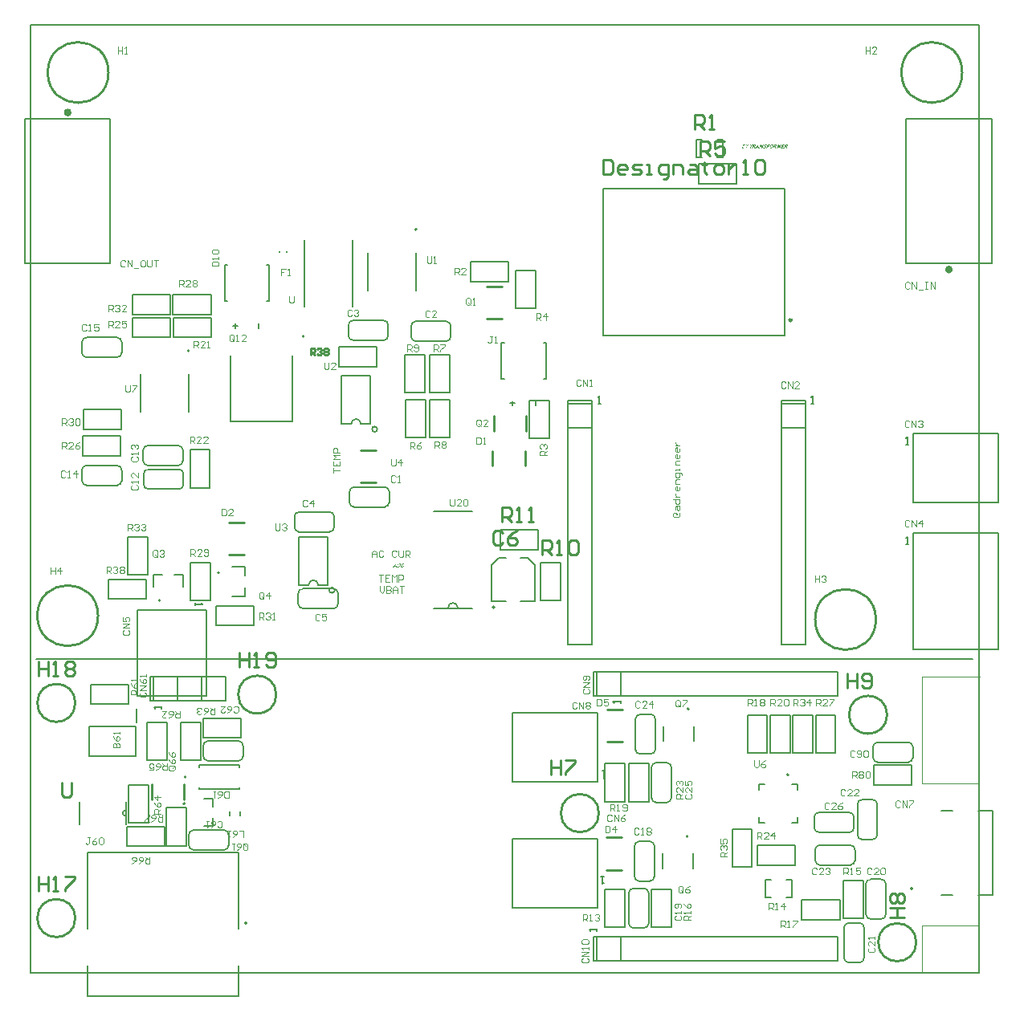
<source format=gto>
G04*
G04 #@! TF.GenerationSoftware,Altium Limited,CircuitStudio,1.5.2 (30)*
G04*
G04 Layer_Color=65535*
%FSLAX44Y44*%
%MOMM*%
G71*
G01*
G75*
%ADD38C,0.3000*%
%ADD40C,0.2000*%
%ADD48C,0.2540*%
%ADD50C,0.4000*%
%ADD51C,0.1500*%
%ADD52C,0.1000*%
%ADD71C,0.1524*%
%ADD72C,0.1270*%
%ADD73C,0.2500*%
G36*
X1050152Y1132368D02*
X1049932Y1131723D01*
X1048218D01*
X1048438Y1132370D01*
X1050152Y1132368D01*
D02*
G37*
G36*
X1012903Y1133471D02*
X1011758D01*
X1010581Y1130000D01*
X1009903D01*
X1011084Y1133471D01*
X1009939D01*
X1010158Y1134119D01*
X1013126D01*
X1012903Y1133471D01*
D02*
G37*
G36*
X1037777Y1134161D02*
X1037816Y1134158D01*
X1037858Y1134155D01*
X1037906Y1134148D01*
X1037958Y1134142D01*
X1038074Y1134119D01*
X1038132Y1134103D01*
X1038190Y1134084D01*
X1038251Y1134061D01*
X1038310Y1134039D01*
X1038364Y1134006D01*
X1038416Y1133974D01*
X1038419Y1133971D01*
X1038429Y1133964D01*
X1038442Y1133955D01*
X1038458Y1133939D01*
X1038481Y1133919D01*
X1038503Y1133897D01*
X1038532Y1133871D01*
X1038558Y1133839D01*
X1038587Y1133803D01*
X1038616Y1133764D01*
X1038645Y1133719D01*
X1038671Y1133671D01*
X1038697Y1133623D01*
X1038719Y1133568D01*
X1038735Y1133506D01*
X1038752Y1133445D01*
Y1133442D01*
X1038755Y1133429D01*
X1038758Y1133410D01*
X1038761Y1133384D01*
Y1133352D01*
X1038764Y1133313D01*
X1038768Y1133268D01*
Y1133216D01*
X1038764Y1133161D01*
X1038761Y1133100D01*
X1038755Y1133032D01*
X1038745Y1132964D01*
X1038729Y1132890D01*
X1038713Y1132810D01*
X1038690Y1132729D01*
X1038664Y1132645D01*
X1038268Y1131474D01*
X1038264Y1131468D01*
X1038261Y1131455D01*
X1038251Y1131429D01*
X1038239Y1131397D01*
X1038223Y1131358D01*
X1038203Y1131313D01*
X1038181Y1131261D01*
X1038151Y1131203D01*
X1038122Y1131142D01*
X1038087Y1131081D01*
X1038052Y1131013D01*
X1038010Y1130945D01*
X1037964Y1130877D01*
X1037916Y1130807D01*
X1037864Y1130739D01*
X1037810Y1130674D01*
X1037806Y1130671D01*
X1037797Y1130658D01*
X1037781Y1130642D01*
X1037758Y1130619D01*
X1037729Y1130590D01*
X1037693Y1130555D01*
X1037655Y1130519D01*
X1037610Y1130481D01*
X1037561Y1130439D01*
X1037506Y1130394D01*
X1037451Y1130352D01*
X1037390Y1130306D01*
X1037326Y1130265D01*
X1037258Y1130223D01*
X1037187Y1130181D01*
X1037113Y1130145D01*
X1037110Y1130142D01*
X1037097Y1130139D01*
X1037074Y1130129D01*
X1037045Y1130116D01*
X1037010Y1130103D01*
X1036964Y1130087D01*
X1036916Y1130068D01*
X1036861Y1130052D01*
X1036800Y1130035D01*
X1036735Y1130016D01*
X1036664Y1130000D01*
X1036593Y1129987D01*
X1036516Y1129974D01*
X1036439Y1129968D01*
X1036358Y1129961D01*
X1036274Y1129958D01*
X1036232D01*
X1036200Y1129961D01*
X1036161Y1129965D01*
X1036119Y1129968D01*
X1036071Y1129974D01*
X1036019Y1129981D01*
X1035903Y1130003D01*
X1035845Y1130019D01*
X1035787Y1130039D01*
X1035726Y1130058D01*
X1035668Y1130084D01*
X1035613Y1130113D01*
X1035561Y1130145D01*
X1035558Y1130148D01*
X1035548Y1130155D01*
X1035535Y1130164D01*
X1035519Y1130181D01*
X1035497Y1130200D01*
X1035474Y1130223D01*
X1035448Y1130248D01*
X1035419Y1130281D01*
X1035390Y1130316D01*
X1035361Y1130358D01*
X1035332Y1130400D01*
X1035306Y1130448D01*
X1035281Y1130500D01*
X1035261Y1130555D01*
X1035242Y1130613D01*
X1035226Y1130674D01*
Y1130677D01*
X1035222Y1130690D01*
X1035219Y1130710D01*
Y1130735D01*
X1035216Y1130768D01*
X1035213Y1130807D01*
Y1130852D01*
Y1130903D01*
Y1130961D01*
X1035216Y1131023D01*
X1035222Y1131087D01*
X1035235Y1131158D01*
X1035248Y1131232D01*
X1035265Y1131310D01*
X1035287Y1131390D01*
X1035313Y1131474D01*
X1035710Y1132645D01*
X1035713Y1132652D01*
X1035716Y1132664D01*
X1035726Y1132690D01*
X1035739Y1132723D01*
X1035755Y1132761D01*
X1035774Y1132810D01*
X1035800Y1132861D01*
X1035826Y1132916D01*
X1035858Y1132977D01*
X1035890Y1133042D01*
X1035929Y1133110D01*
X1035971Y1133177D01*
X1036013Y1133245D01*
X1036061Y1133313D01*
X1036113Y1133381D01*
X1036168Y1133445D01*
X1036171Y1133448D01*
X1036181Y1133461D01*
X1036197Y1133477D01*
X1036219Y1133503D01*
X1036248Y1133529D01*
X1036284Y1133565D01*
X1036322Y1133600D01*
X1036368Y1133639D01*
X1036416Y1133681D01*
X1036468Y1133726D01*
X1036526Y1133768D01*
X1036587Y1133813D01*
X1036652Y1133855D01*
X1036719Y1133897D01*
X1036790Y1133939D01*
X1036861Y1133974D01*
X1036864Y1133977D01*
X1036881Y1133984D01*
X1036900Y1133990D01*
X1036929Y1134003D01*
X1036968Y1134019D01*
X1037010Y1134035D01*
X1037061Y1134052D01*
X1037116Y1134071D01*
X1037177Y1134087D01*
X1037242Y1134103D01*
X1037310Y1134119D01*
X1037384Y1134136D01*
X1037461Y1134148D01*
X1037539Y1134155D01*
X1037619Y1134161D01*
X1037703Y1134165D01*
X1037745D01*
X1037777Y1134161D01*
D02*
G37*
G36*
X1041706Y1130000D02*
X1040893D01*
X1040566Y1131700D01*
X1040945D01*
X1041010Y1131703D01*
X1041074Y1131706D01*
X1041197Y1131723D01*
X1041255Y1131736D01*
X1041310Y1131748D01*
X1041333Y1131754D01*
X1041706Y1130000D01*
D02*
G37*
G36*
X648819Y692161D02*
X648852D01*
X648890Y692155D01*
X648932Y692152D01*
X648977Y692145D01*
X649074Y692126D01*
X649177Y692097D01*
X649229Y692077D01*
X649281Y692058D01*
X649329Y692032D01*
X649377Y692003D01*
X649381Y692000D01*
X649387Y691997D01*
X649400Y691987D01*
X649416Y691974D01*
X649439Y691958D01*
X649461Y691936D01*
X649487Y691913D01*
X649513Y691887D01*
X649542Y691855D01*
X649571Y691819D01*
X649597Y691784D01*
X649626Y691742D01*
X649655Y691697D01*
X649681Y691652D01*
X649703Y691600D01*
X649723Y691545D01*
Y691542D01*
X649726Y691532D01*
X649732Y691516D01*
X649739Y691494D01*
X649745Y691464D01*
X649752Y691429D01*
X649758Y691390D01*
X649764Y691348D01*
X649771Y691297D01*
X649774Y691245D01*
X649777Y691187D01*
Y691123D01*
Y691058D01*
X649774Y690987D01*
X649764Y690916D01*
X649755Y690839D01*
X649058D01*
Y690842D01*
Y690848D01*
Y690858D01*
X649061Y690874D01*
Y690890D01*
Y690910D01*
Y690958D01*
X649055Y691013D01*
X649048Y691071D01*
X649035Y691129D01*
X649016Y691187D01*
Y691190D01*
X649013Y691193D01*
X649003Y691213D01*
X648990Y691239D01*
X648971Y691271D01*
X648945Y691306D01*
X648913Y691345D01*
X648874Y691381D01*
X648829Y691413D01*
X648823Y691416D01*
X648806Y691426D01*
X648781Y691439D01*
X648745Y691455D01*
X648703Y691468D01*
X648652Y691481D01*
X648594Y691490D01*
X648529Y691494D01*
X648493D01*
X648471Y691490D01*
X648439Y691487D01*
X648403Y691481D01*
X648361Y691474D01*
X648319Y691464D01*
X648271Y691452D01*
X648219Y691435D01*
X648168Y691416D01*
X648113Y691394D01*
X648058Y691368D01*
X648003Y691336D01*
X647948Y691300D01*
X647894Y691258D01*
X647890Y691255D01*
X647881Y691248D01*
X647868Y691236D01*
X647848Y691216D01*
X647823Y691193D01*
X647797Y691164D01*
X647768Y691129D01*
X647736Y691090D01*
X647700Y691048D01*
X647664Y691000D01*
X647629Y690948D01*
X647597Y690893D01*
X647561Y690832D01*
X647529Y690764D01*
X647500Y690697D01*
X647471Y690623D01*
X647087Y689493D01*
Y689490D01*
X647081Y689477D01*
X647074Y689455D01*
X647068Y689429D01*
X647058Y689393D01*
X647052Y689355D01*
X647042Y689313D01*
X647036Y689265D01*
X647026Y689165D01*
X647023Y689110D01*
X647026Y689058D01*
X647032Y689006D01*
X647042Y688955D01*
X647058Y688906D01*
X647077Y688861D01*
Y688858D01*
X647084Y688852D01*
X647090Y688839D01*
X647103Y688826D01*
X647116Y688806D01*
X647135Y688787D01*
X647158Y688768D01*
X647184Y688745D01*
X647216Y688723D01*
X647248Y688703D01*
X647287Y688684D01*
X647332Y688664D01*
X647381Y688652D01*
X647432Y688639D01*
X647490Y688632D01*
X647555Y688629D01*
X647581D01*
X647600Y688632D01*
X647626Y688635D01*
X647652Y688639D01*
X647684Y688642D01*
X647719Y688652D01*
X647800Y688671D01*
X647890Y688700D01*
X647935Y688719D01*
X647984Y688742D01*
X648036Y688768D01*
X648084Y688797D01*
X648087Y688800D01*
X648097Y688803D01*
X648110Y688813D01*
X648129Y688829D01*
X648152Y688845D01*
X648177Y688868D01*
X648206Y688890D01*
X648239Y688919D01*
X648274Y688952D01*
X648310Y688990D01*
X648345Y689029D01*
X648384Y689071D01*
X648423Y689119D01*
X648458Y689168D01*
X648493Y689223D01*
X648529Y689281D01*
X649226D01*
X649223Y689277D01*
X649216Y689261D01*
X649203Y689242D01*
X649187Y689213D01*
X649168Y689177D01*
X649142Y689136D01*
X649113Y689090D01*
X649081Y689039D01*
X649045Y688984D01*
X649006Y688929D01*
X648919Y688810D01*
X648819Y688690D01*
X648710Y688574D01*
X648706Y688571D01*
X648697Y688561D01*
X648681Y688545D01*
X648658Y688526D01*
X648629Y688500D01*
X648597Y688471D01*
X648558Y688439D01*
X648516Y688406D01*
X648468Y688371D01*
X648419Y688332D01*
X648364Y688294D01*
X648306Y688255D01*
X648184Y688181D01*
X648055Y688116D01*
X648052Y688113D01*
X648039Y688110D01*
X648019Y688103D01*
X647993Y688090D01*
X647961Y688081D01*
X647923Y688068D01*
X647881Y688052D01*
X647832Y688039D01*
X647781Y688023D01*
X647723Y688010D01*
X647664Y687993D01*
X647600Y687984D01*
X647468Y687964D01*
X647400Y687961D01*
X647329Y687958D01*
X647287D01*
X647255Y687961D01*
X647216Y687964D01*
X647171Y687968D01*
X647123Y687974D01*
X647071Y687981D01*
X646955Y688003D01*
X646897Y688019D01*
X646835Y688036D01*
X646774Y688058D01*
X646716Y688081D01*
X646661Y688110D01*
X646610Y688142D01*
X646606Y688145D01*
X646597Y688152D01*
X646584Y688161D01*
X646568Y688177D01*
X646545Y688197D01*
X646523Y688219D01*
X646497Y688245D01*
X646471Y688277D01*
X646442Y688313D01*
X646413Y688352D01*
X646387Y688397D01*
X646361Y688442D01*
X646336Y688493D01*
X646316Y688548D01*
X646297Y688610D01*
X646284Y688671D01*
Y688674D01*
X646281Y688687D01*
Y688706D01*
X646277Y688732D01*
X646274Y688768D01*
Y688806D01*
Y688852D01*
Y688903D01*
X646277Y688961D01*
X646284Y689026D01*
X646290Y689093D01*
X646303Y689165D01*
X646319Y689242D01*
X646336Y689323D01*
X646358Y689406D01*
X646387Y689493D01*
X646771Y690623D01*
X646774Y690629D01*
X646777Y690645D01*
X646787Y690668D01*
X646800Y690703D01*
X646819Y690745D01*
X646839Y690794D01*
X646861Y690848D01*
X646890Y690906D01*
X646919Y690968D01*
X646955Y691036D01*
X646993Y691103D01*
X647032Y691171D01*
X647077Y691242D01*
X647126Y691313D01*
X647174Y691381D01*
X647229Y691445D01*
X647232Y691448D01*
X647242Y691461D01*
X647258Y691477D01*
X647281Y691503D01*
X647310Y691532D01*
X647342Y691564D01*
X647381Y691600D01*
X647426Y691642D01*
X647474Y691684D01*
X647526Y691726D01*
X647581Y691771D01*
X647642Y691816D01*
X647706Y691858D01*
X647771Y691900D01*
X647842Y691942D01*
X647913Y691977D01*
X647916Y691981D01*
X647932Y691987D01*
X647952Y691993D01*
X647981Y692006D01*
X648019Y692019D01*
X648061Y692036D01*
X648110Y692055D01*
X648168Y692071D01*
X648226Y692087D01*
X648294Y692106D01*
X648361Y692123D01*
X648436Y692135D01*
X648513Y692148D01*
X648594Y692158D01*
X648674Y692161D01*
X648758Y692165D01*
X648793D01*
X648819Y692161D01*
D02*
G37*
G36*
X1045990Y1130000D02*
X1045355D01*
X1046334Y1132882D01*
X1044658Y1130513D01*
X1044113D01*
X1044025Y1132828D01*
X1043064Y1130000D01*
X1042429D01*
X1043829Y1134119D01*
X1044613D01*
X1044674Y1131371D01*
X1046610Y1134119D01*
X1047390D01*
X1045990Y1130000D01*
D02*
G37*
G36*
X1027116D02*
X1026371D01*
X1025692Y1133006D01*
X1025758Y1133200D01*
X1025665Y1133129D01*
X1025692Y1133006D01*
X1024671Y1130000D01*
X1024013D01*
X1025413Y1134119D01*
X1026152D01*
X1026819Y1131064D01*
X1027858Y1134119D01*
X1028516D01*
X1027116Y1130000D01*
D02*
G37*
G36*
X1023448D02*
X1022719D01*
X1022714Y1130781D01*
X1021126D01*
X1021572Y1131429D01*
X1022709D01*
X1022697Y1133068D01*
X1021572Y1131429D01*
X1021074D01*
X1020852Y1130781D01*
X1021126D01*
X1020590Y1130000D01*
X1019858D01*
X1022806Y1134119D01*
X1023300D01*
X1023448Y1130000D01*
D02*
G37*
G36*
X1017255Y1133471D02*
X1016110D01*
X1014932Y1130000D01*
X1014255D01*
X1015435Y1133471D01*
X1014290D01*
X1014510Y1134119D01*
X1017477D01*
X1017255Y1133471D01*
D02*
G37*
G36*
X1019532Y1130000D02*
X1018719D01*
X1018392Y1131700D01*
X1018771D01*
X1018836Y1131703D01*
X1018900Y1131706D01*
X1019023Y1131723D01*
X1019081Y1131736D01*
X1019136Y1131748D01*
X1019159Y1131754D01*
X1019532Y1130000D01*
D02*
G37*
G36*
X1053487D02*
X1052674D01*
X1052347Y1131700D01*
X1052726D01*
X1052790Y1131703D01*
X1052855Y1131706D01*
X1052977Y1131723D01*
X1053035Y1131736D01*
X1053090Y1131748D01*
X1053114Y1131754D01*
X1053487Y1130000D01*
D02*
G37*
G36*
X1050839Y1133471D02*
X1048812D01*
X1048438Y1132370D01*
X1048042Y1132371D01*
X1047822Y1131723D01*
X1048218D01*
X1047852Y1130648D01*
X1049881D01*
X1049658Y1130000D01*
X1047632D01*
X1047852Y1130648D01*
X1047455D01*
X1047235Y1130000D01*
X1046955D01*
X1048355Y1134119D01*
X1048635D01*
X1048416Y1133471D01*
X1048812D01*
X1049032Y1134119D01*
X1051061D01*
X1050839Y1133471D01*
D02*
G37*
G36*
X1035484D02*
X1033509D01*
X1033122Y1132335D01*
X1034784Y1132332D01*
X1034565Y1131684D01*
X1032901D01*
X1032329Y1130000D01*
X1031652D01*
X1033052Y1134119D01*
X1033335D01*
X1033116Y1133471D01*
X1033509D01*
X1033729Y1134119D01*
X1035703D01*
X1035484Y1133471D01*
D02*
G37*
G36*
X1019652Y1134119D02*
X1019681D01*
X1019716Y1134116D01*
X1019755Y1134110D01*
X1019797Y1134103D01*
X1019887Y1134087D01*
X1019981Y1134058D01*
X1020074Y1134023D01*
X1020116Y1133997D01*
X1020158Y1133971D01*
X1020161Y1133968D01*
X1020168Y1133964D01*
X1020177Y1133955D01*
X1020193Y1133945D01*
X1020210Y1133929D01*
X1020229Y1133910D01*
X1020248Y1133887D01*
X1020271Y1133861D01*
X1020316Y1133803D01*
X1020358Y1133729D01*
X1020397Y1133645D01*
X1020410Y1133600D01*
X1020423Y1133548D01*
Y1133545D01*
X1020426Y1133536D01*
Y1133523D01*
X1020429Y1133500D01*
X1020432Y1133474D01*
Y1133442D01*
Y1133406D01*
Y1133368D01*
Y1133323D01*
X1020429Y1133274D01*
X1020423Y1133223D01*
X1020416Y1133165D01*
X1020403Y1133106D01*
X1020390Y1133045D01*
X1020374Y1132981D01*
X1020352Y1132913D01*
Y1132910D01*
X1020345Y1132897D01*
X1020339Y1132877D01*
X1020329Y1132852D01*
X1020316Y1132819D01*
X1020300Y1132784D01*
X1020281Y1132742D01*
X1020258Y1132697D01*
X1020206Y1132597D01*
X1020145Y1132490D01*
X1020071Y1132381D01*
X1019987Y1132274D01*
X1019984Y1132271D01*
X1019977Y1132261D01*
X1019965Y1132248D01*
X1019945Y1132229D01*
X1019922Y1132206D01*
X1019897Y1132181D01*
X1019865Y1132152D01*
X1019829Y1132119D01*
X1019790Y1132087D01*
X1019748Y1132052D01*
X1019655Y1131981D01*
X1019548Y1131913D01*
X1019436Y1131852D01*
X1019432D01*
X1019423Y1131845D01*
X1019403Y1131839D01*
X1019381Y1131829D01*
X1019352Y1131816D01*
X1019319Y1131803D01*
X1019277Y1131790D01*
X1019236Y1131777D01*
X1019187Y1131761D01*
X1019159Y1131754D01*
X1019116Y1131958D01*
X1018368Y1131826D01*
X1018392Y1131700D01*
X1017727D01*
X1017148Y1130000D01*
X1016471D01*
X1017874Y1134123D01*
X1018155D01*
X1017932Y1133474D01*
X1018331D01*
X1018552Y1134123D01*
X1019629D01*
X1019652Y1134119D01*
D02*
G37*
G36*
X1053606D02*
X1053635D01*
X1053671Y1134116D01*
X1053710Y1134110D01*
X1053752Y1134103D01*
X1053842Y1134087D01*
X1053935Y1134058D01*
X1054029Y1134023D01*
X1054071Y1133997D01*
X1054113Y1133971D01*
X1054116Y1133968D01*
X1054122Y1133964D01*
X1054132Y1133955D01*
X1054148Y1133945D01*
X1054164Y1133929D01*
X1054184Y1133910D01*
X1054203Y1133887D01*
X1054226Y1133861D01*
X1054271Y1133803D01*
X1054313Y1133729D01*
X1054352Y1133645D01*
X1054364Y1133600D01*
X1054377Y1133548D01*
Y1133545D01*
X1054380Y1133536D01*
Y1133523D01*
X1054384Y1133500D01*
X1054387Y1133474D01*
Y1133442D01*
Y1133406D01*
Y1133368D01*
Y1133323D01*
X1054384Y1133274D01*
X1054377Y1133223D01*
X1054371Y1133165D01*
X1054358Y1133106D01*
X1054345Y1133045D01*
X1054329Y1132981D01*
X1054306Y1132913D01*
Y1132910D01*
X1054300Y1132897D01*
X1054293Y1132877D01*
X1054284Y1132852D01*
X1054271Y1132819D01*
X1054255Y1132784D01*
X1054235Y1132742D01*
X1054213Y1132697D01*
X1054161Y1132597D01*
X1054100Y1132490D01*
X1054026Y1132381D01*
X1053942Y1132274D01*
X1053939Y1132271D01*
X1053932Y1132261D01*
X1053919Y1132248D01*
X1053900Y1132229D01*
X1053877Y1132206D01*
X1053851Y1132181D01*
X1053819Y1132152D01*
X1053784Y1132119D01*
X1053745Y1132087D01*
X1053703Y1132052D01*
X1053610Y1131981D01*
X1053503Y1131913D01*
X1053390Y1131852D01*
X1053387D01*
X1053377Y1131845D01*
X1053358Y1131839D01*
X1053335Y1131829D01*
X1053306Y1131816D01*
X1053274Y1131803D01*
X1053232Y1131790D01*
X1053190Y1131777D01*
X1053142Y1131761D01*
X1053114Y1131754D01*
X1053071Y1131958D01*
X1052322Y1131826D01*
X1052347Y1131700D01*
X1051682D01*
X1051103Y1130000D01*
X1050426D01*
X1051829Y1134123D01*
X1052110D01*
X1051887Y1133474D01*
X1052286D01*
X1052506Y1134123D01*
X1053584D01*
X1053606Y1134119D01*
D02*
G37*
G36*
X1041826D02*
X1041855D01*
X1041890Y1134116D01*
X1041929Y1134110D01*
X1041971Y1134103D01*
X1042061Y1134087D01*
X1042155Y1134058D01*
X1042248Y1134023D01*
X1042290Y1133997D01*
X1042332Y1133971D01*
X1042335Y1133968D01*
X1042342Y1133964D01*
X1042352Y1133955D01*
X1042368Y1133945D01*
X1042384Y1133929D01*
X1042403Y1133910D01*
X1042422Y1133887D01*
X1042445Y1133861D01*
X1042490Y1133803D01*
X1042532Y1133729D01*
X1042571Y1133645D01*
X1042584Y1133600D01*
X1042597Y1133548D01*
Y1133545D01*
X1042600Y1133536D01*
Y1133523D01*
X1042603Y1133500D01*
X1042606Y1133474D01*
Y1133442D01*
Y1133406D01*
Y1133368D01*
Y1133323D01*
X1042603Y1133274D01*
X1042597Y1133223D01*
X1042590Y1133165D01*
X1042577Y1133106D01*
X1042564Y1133045D01*
X1042548Y1132981D01*
X1042526Y1132913D01*
Y1132910D01*
X1042519Y1132897D01*
X1042513Y1132877D01*
X1042503Y1132852D01*
X1042490Y1132819D01*
X1042474Y1132784D01*
X1042455Y1132742D01*
X1042432Y1132697D01*
X1042381Y1132597D01*
X1042319Y1132490D01*
X1042245Y1132381D01*
X1042161Y1132274D01*
X1042158Y1132271D01*
X1042151Y1132261D01*
X1042139Y1132248D01*
X1042119Y1132229D01*
X1042097Y1132206D01*
X1042071Y1132181D01*
X1042039Y1132152D01*
X1042003Y1132119D01*
X1041964Y1132087D01*
X1041923Y1132052D01*
X1041829Y1131981D01*
X1041722Y1131913D01*
X1041610Y1131852D01*
X1041606D01*
X1041597Y1131845D01*
X1041577Y1131839D01*
X1041555Y1131829D01*
X1041526Y1131816D01*
X1041494Y1131803D01*
X1041451Y1131790D01*
X1041410Y1131777D01*
X1041361Y1131761D01*
X1041333Y1131754D01*
X1041290Y1131958D01*
X1040542Y1131826D01*
X1040566Y1131700D01*
X1039901D01*
X1039323Y1130000D01*
X1038645D01*
X1040048Y1134123D01*
X1040329D01*
X1040106Y1133474D01*
X1040505D01*
X1040726Y1134123D01*
X1041803D01*
X1041826Y1134119D01*
D02*
G37*
G36*
X644961Y692116D02*
X645013Y692113D01*
X645077Y692106D01*
X645148Y692100D01*
X645226Y692087D01*
X645310Y692071D01*
X645394Y692052D01*
X645484Y692026D01*
X645571Y691993D01*
X645655Y691955D01*
X645735Y691913D01*
X645813Y691861D01*
X645881Y691800D01*
X645939Y691732D01*
X645942Y691729D01*
X645952Y691713D01*
X645965Y691693D01*
X645981Y691661D01*
X645997Y691623D01*
X646016Y691574D01*
X646036Y691516D01*
X646052Y691452D01*
X646065Y691377D01*
X646074Y691297D01*
X646081Y691206D01*
X646077Y691110D01*
X646068Y691006D01*
X646052Y690893D01*
X646023Y690774D01*
X645984Y690645D01*
X645587Y689474D01*
X645584Y689468D01*
X645581Y689455D01*
X645571Y689429D01*
X645558Y689400D01*
X645542Y689358D01*
X645523Y689313D01*
X645500Y689261D01*
X645474Y689206D01*
X645445Y689148D01*
X645410Y689084D01*
X645374Y689019D01*
X645335Y688952D01*
X645290Y688887D01*
X645242Y688819D01*
X645193Y688755D01*
X645139Y688690D01*
X645135Y688687D01*
X645126Y688674D01*
X645110Y688658D01*
X645087Y688635D01*
X645058Y688606D01*
X645023Y688574D01*
X644984Y688539D01*
X644939Y688503D01*
X644887Y688461D01*
X644836Y688419D01*
X644774Y688377D01*
X644713Y688335D01*
X644645Y688290D01*
X644577Y688252D01*
X644503Y688213D01*
X644426Y688177D01*
X644423Y688174D01*
X644406Y688171D01*
X644384Y688161D01*
X644352Y688148D01*
X644313Y688136D01*
X644268Y688123D01*
X644213Y688106D01*
X644152Y688090D01*
X644087Y688071D01*
X644013Y688055D01*
X643935Y688042D01*
X643855Y688029D01*
X643768Y688016D01*
X643677Y688006D01*
X643584Y688003D01*
X643487Y688000D01*
X642832D01*
X643053Y688648D01*
X643771D01*
X643800Y688652D01*
X643836Y688655D01*
X643877Y688658D01*
X643926Y688664D01*
X643977Y688674D01*
X644032Y688687D01*
X644090Y688700D01*
X644148Y688716D01*
X644210Y688736D01*
X644271Y688761D01*
X644332Y688790D01*
X644390Y688823D01*
X644448Y688858D01*
X644452Y688861D01*
X644461Y688868D01*
X644477Y688881D01*
X644497Y688897D01*
X644523Y688919D01*
X644552Y688945D01*
X644584Y688977D01*
X644616Y689013D01*
X644652Y689052D01*
X644687Y689097D01*
X644726Y689145D01*
X644761Y689200D01*
X644793Y689255D01*
X644826Y689316D01*
X644858Y689384D01*
X644884Y689452D01*
X645297Y690668D01*
Y690671D01*
X645303Y690684D01*
X645306Y690703D01*
X645316Y690732D01*
X645323Y690764D01*
X645329Y690800D01*
X645335Y690842D01*
X645342Y690887D01*
X645345Y690981D01*
Y691032D01*
X645339Y691081D01*
X645329Y691129D01*
X645313Y691174D01*
X645290Y691219D01*
X645265Y691261D01*
X645261Y691264D01*
X645258Y691271D01*
X645248Y691281D01*
X645232Y691293D01*
X645216Y691310D01*
X645193Y691329D01*
X645164Y691345D01*
X645132Y691368D01*
X645097Y691387D01*
X645055Y691403D01*
X645006Y691423D01*
X644955Y691439D01*
X644897Y691452D01*
X644832Y691461D01*
X644761Y691468D01*
X644687Y691471D01*
X644012D01*
X644232Y692119D01*
X644942D01*
X644961Y692116D01*
D02*
G37*
G36*
X1008590Y1134161D02*
X1008623D01*
X1008661Y1134155D01*
X1008703Y1134152D01*
X1008748Y1134145D01*
X1008845Y1134126D01*
X1008948Y1134097D01*
X1009000Y1134077D01*
X1009052Y1134058D01*
X1009100Y1134032D01*
X1009148Y1134003D01*
X1009152Y1134000D01*
X1009158Y1133997D01*
X1009171Y1133987D01*
X1009187Y1133974D01*
X1009210Y1133958D01*
X1009232Y1133935D01*
X1009258Y1133913D01*
X1009284Y1133887D01*
X1009313Y1133855D01*
X1009342Y1133819D01*
X1009368Y1133784D01*
X1009397Y1133742D01*
X1009426Y1133697D01*
X1009452Y1133652D01*
X1009474Y1133600D01*
X1009493Y1133545D01*
Y1133542D01*
X1009497Y1133532D01*
X1009503Y1133516D01*
X1009510Y1133493D01*
X1009516Y1133465D01*
X1009523Y1133429D01*
X1009529Y1133390D01*
X1009536Y1133348D01*
X1009542Y1133297D01*
X1009545Y1133245D01*
X1009548Y1133187D01*
Y1133123D01*
Y1133058D01*
X1009545Y1132987D01*
X1009536Y1132916D01*
X1009526Y1132839D01*
X1008829D01*
Y1132842D01*
Y1132848D01*
Y1132858D01*
X1008832Y1132874D01*
Y1132890D01*
Y1132910D01*
Y1132958D01*
X1008826Y1133013D01*
X1008819Y1133071D01*
X1008806Y1133129D01*
X1008787Y1133187D01*
Y1133190D01*
X1008784Y1133194D01*
X1008774Y1133213D01*
X1008761Y1133239D01*
X1008742Y1133271D01*
X1008716Y1133306D01*
X1008684Y1133345D01*
X1008645Y1133381D01*
X1008600Y1133413D01*
X1008594Y1133416D01*
X1008577Y1133426D01*
X1008552Y1133439D01*
X1008516Y1133455D01*
X1008474Y1133468D01*
X1008423Y1133481D01*
X1008364Y1133490D01*
X1008300Y1133493D01*
X1008264D01*
X1008242Y1133490D01*
X1008210Y1133487D01*
X1008174Y1133481D01*
X1008132Y1133474D01*
X1008090Y1133465D01*
X1008042Y1133452D01*
X1007990Y1133436D01*
X1007939Y1133416D01*
X1007884Y1133393D01*
X1007829Y1133368D01*
X1007774Y1133335D01*
X1007719Y1133300D01*
X1007664Y1133258D01*
X1007661Y1133255D01*
X1007652Y1133248D01*
X1007639Y1133235D01*
X1007619Y1133216D01*
X1007594Y1133194D01*
X1007568Y1133165D01*
X1007539Y1133129D01*
X1007506Y1133090D01*
X1007471Y1133048D01*
X1007436Y1133000D01*
X1007400Y1132948D01*
X1007368Y1132894D01*
X1007332Y1132832D01*
X1007300Y1132765D01*
X1007271Y1132697D01*
X1007242Y1132623D01*
X1006858Y1131494D01*
Y1131490D01*
X1006852Y1131477D01*
X1006845Y1131455D01*
X1006839Y1131429D01*
X1006829Y1131394D01*
X1006823Y1131355D01*
X1006813Y1131313D01*
X1006806Y1131264D01*
X1006797Y1131164D01*
X1006794Y1131110D01*
X1006797Y1131058D01*
X1006803Y1131006D01*
X1006813Y1130955D01*
X1006829Y1130907D01*
X1006848Y1130861D01*
Y1130858D01*
X1006855Y1130852D01*
X1006861Y1130839D01*
X1006874Y1130826D01*
X1006887Y1130807D01*
X1006906Y1130787D01*
X1006929Y1130768D01*
X1006955Y1130745D01*
X1006987Y1130723D01*
X1007019Y1130703D01*
X1007058Y1130684D01*
X1007103Y1130665D01*
X1007152Y1130652D01*
X1007203Y1130639D01*
X1007261Y1130632D01*
X1007326Y1130629D01*
X1007352D01*
X1007371Y1130632D01*
X1007397Y1130636D01*
X1007423Y1130639D01*
X1007455Y1130642D01*
X1007490Y1130652D01*
X1007571Y1130671D01*
X1007661Y1130700D01*
X1007706Y1130719D01*
X1007755Y1130742D01*
X1007806Y1130768D01*
X1007855Y1130797D01*
X1007858Y1130800D01*
X1007868Y1130803D01*
X1007881Y1130813D01*
X1007900Y1130829D01*
X1007923Y1130845D01*
X1007948Y1130868D01*
X1007977Y1130890D01*
X1008010Y1130919D01*
X1008045Y1130952D01*
X1008081Y1130990D01*
X1008116Y1131029D01*
X1008155Y1131071D01*
X1008194Y1131119D01*
X1008229Y1131168D01*
X1008264Y1131223D01*
X1008300Y1131281D01*
X1008997D01*
X1008994Y1131277D01*
X1008987Y1131261D01*
X1008974Y1131242D01*
X1008958Y1131213D01*
X1008939Y1131177D01*
X1008913Y1131135D01*
X1008884Y1131090D01*
X1008852Y1131039D01*
X1008816Y1130984D01*
X1008777Y1130929D01*
X1008690Y1130810D01*
X1008590Y1130690D01*
X1008481Y1130574D01*
X1008477Y1130571D01*
X1008468Y1130561D01*
X1008452Y1130545D01*
X1008429Y1130526D01*
X1008400Y1130500D01*
X1008368Y1130471D01*
X1008329Y1130439D01*
X1008287Y1130406D01*
X1008239Y1130371D01*
X1008190Y1130332D01*
X1008136Y1130294D01*
X1008077Y1130255D01*
X1007955Y1130181D01*
X1007826Y1130116D01*
X1007823Y1130113D01*
X1007810Y1130110D01*
X1007790Y1130103D01*
X1007765Y1130090D01*
X1007732Y1130081D01*
X1007693Y1130068D01*
X1007652Y1130052D01*
X1007603Y1130039D01*
X1007552Y1130023D01*
X1007494Y1130010D01*
X1007436Y1129994D01*
X1007371Y1129984D01*
X1007239Y1129965D01*
X1007171Y1129961D01*
X1007100Y1129958D01*
X1007058D01*
X1007026Y1129961D01*
X1006987Y1129965D01*
X1006942Y1129968D01*
X1006893Y1129974D01*
X1006842Y1129981D01*
X1006726Y1130003D01*
X1006668Y1130019D01*
X1006606Y1130035D01*
X1006545Y1130058D01*
X1006487Y1130081D01*
X1006432Y1130110D01*
X1006381Y1130142D01*
X1006377Y1130145D01*
X1006368Y1130152D01*
X1006355Y1130161D01*
X1006339Y1130177D01*
X1006316Y1130197D01*
X1006293Y1130219D01*
X1006268Y1130245D01*
X1006242Y1130277D01*
X1006213Y1130313D01*
X1006184Y1130352D01*
X1006158Y1130397D01*
X1006132Y1130442D01*
X1006106Y1130493D01*
X1006087Y1130548D01*
X1006068Y1130610D01*
X1006055Y1130671D01*
Y1130674D01*
X1006052Y1130687D01*
Y1130706D01*
X1006048Y1130732D01*
X1006045Y1130768D01*
Y1130807D01*
Y1130852D01*
Y1130903D01*
X1006048Y1130961D01*
X1006055Y1131026D01*
X1006061Y1131094D01*
X1006074Y1131164D01*
X1006090Y1131242D01*
X1006106Y1131323D01*
X1006129Y1131406D01*
X1006158Y1131494D01*
X1006542Y1132623D01*
X1006545Y1132629D01*
X1006548Y1132645D01*
X1006558Y1132668D01*
X1006571Y1132703D01*
X1006590Y1132745D01*
X1006610Y1132794D01*
X1006632Y1132848D01*
X1006661Y1132906D01*
X1006690Y1132968D01*
X1006726Y1133036D01*
X1006765Y1133103D01*
X1006803Y1133171D01*
X1006848Y1133242D01*
X1006897Y1133313D01*
X1006945Y1133381D01*
X1007000Y1133445D01*
X1007003Y1133448D01*
X1007013Y1133461D01*
X1007029Y1133477D01*
X1007052Y1133503D01*
X1007081Y1133532D01*
X1007113Y1133565D01*
X1007152Y1133600D01*
X1007197Y1133642D01*
X1007245Y1133684D01*
X1007297Y1133726D01*
X1007352Y1133771D01*
X1007413Y1133816D01*
X1007477Y1133858D01*
X1007542Y1133900D01*
X1007613Y1133942D01*
X1007684Y1133977D01*
X1007687Y1133981D01*
X1007703Y1133987D01*
X1007723Y1133994D01*
X1007752Y1134006D01*
X1007790Y1134019D01*
X1007832Y1134035D01*
X1007881Y1134055D01*
X1007939Y1134071D01*
X1007997Y1134087D01*
X1008064Y1134106D01*
X1008132Y1134123D01*
X1008206Y1134136D01*
X1008284Y1134148D01*
X1008364Y1134158D01*
X1008445Y1134161D01*
X1008529Y1134165D01*
X1008565D01*
X1008590Y1134161D01*
D02*
G37*
G36*
X1031013D02*
X1031045Y1134158D01*
X1031087Y1134155D01*
X1031129Y1134152D01*
X1031174Y1134145D01*
X1031226Y1134139D01*
X1031329Y1134119D01*
X1031442Y1134090D01*
X1031552Y1134055D01*
X1031555D01*
X1031564Y1134048D01*
X1031581Y1134042D01*
X1031603Y1134035D01*
X1031629Y1134023D01*
X1031658Y1134010D01*
X1031690Y1133994D01*
X1031729Y1133974D01*
X1031810Y1133929D01*
X1031897Y1133874D01*
X1031987Y1133806D01*
X1032074Y1133732D01*
X1031555Y1133174D01*
X1031552Y1133177D01*
X1031548Y1133181D01*
X1031539Y1133190D01*
X1031523Y1133203D01*
X1031506Y1133216D01*
X1031487Y1133232D01*
X1031439Y1133271D01*
X1031381Y1133313D01*
X1031313Y1133355D01*
X1031242Y1133397D01*
X1031161Y1133432D01*
X1031158D01*
X1031152Y1133436D01*
X1031139Y1133442D01*
X1031123Y1133445D01*
X1031103Y1133452D01*
X1031081Y1133461D01*
X1031055Y1133468D01*
X1031022Y1133477D01*
X1030955Y1133490D01*
X1030877Y1133506D01*
X1030794Y1133516D01*
X1030706Y1133519D01*
X1030668D01*
X1030642Y1133516D01*
X1030606D01*
X1030568Y1133513D01*
X1030526Y1133506D01*
X1030477Y1133500D01*
X1030374Y1133484D01*
X1030265Y1133458D01*
X1030155Y1133423D01*
X1030103Y1133400D01*
X1030052Y1133374D01*
X1030048D01*
X1030039Y1133368D01*
X1030026Y1133358D01*
X1030010Y1133348D01*
X1029987Y1133332D01*
X1029965Y1133316D01*
X1029910Y1133271D01*
X1029852Y1133213D01*
X1029793Y1133145D01*
X1029742Y1133064D01*
X1029719Y1133019D01*
X1029700Y1132971D01*
Y1132968D01*
X1029697Y1132961D01*
X1029694Y1132952D01*
X1029690Y1132935D01*
X1029681Y1132897D01*
X1029674Y1132848D01*
X1029671Y1132797D01*
X1029674Y1132742D01*
X1029687Y1132687D01*
X1029700Y1132664D01*
X1029713Y1132642D01*
X1029716Y1132635D01*
X1029729Y1132623D01*
X1029752Y1132603D01*
X1029781Y1132577D01*
X1029819Y1132552D01*
X1029868Y1132523D01*
X1029922Y1132497D01*
X1029987Y1132474D01*
X1029990D01*
X1029997Y1132471D01*
X1030006Y1132468D01*
X1030019Y1132465D01*
X1030039Y1132461D01*
X1030058Y1132455D01*
X1030106Y1132442D01*
X1030168Y1132429D01*
X1030235Y1132413D01*
X1030310Y1132393D01*
X1030390Y1132377D01*
X1030394D01*
X1030400Y1132374D01*
X1030413D01*
X1030429Y1132371D01*
X1030448Y1132365D01*
X1030471Y1132358D01*
X1030526Y1132345D01*
X1030590Y1132329D01*
X1030661Y1132310D01*
X1030739Y1132290D01*
X1030816Y1132264D01*
X1030819D01*
X1030826Y1132261D01*
X1030835Y1132258D01*
X1030852Y1132252D01*
X1030871Y1132245D01*
X1030890Y1132239D01*
X1030939Y1132216D01*
X1030997Y1132190D01*
X1031055Y1132158D01*
X1031116Y1132119D01*
X1031174Y1132077D01*
X1031177D01*
X1031181Y1132071D01*
X1031200Y1132055D01*
X1031226Y1132026D01*
X1031255Y1131990D01*
X1031287Y1131942D01*
X1031319Y1131884D01*
X1031345Y1131816D01*
X1031365Y1131739D01*
Y1131736D01*
X1031368Y1131729D01*
Y1131716D01*
X1031371Y1131700D01*
Y1131677D01*
Y1131655D01*
Y1131623D01*
Y1131590D01*
X1031368Y1131552D01*
X1031365Y1131510D01*
X1031358Y1131464D01*
X1031352Y1131416D01*
X1031342Y1131361D01*
X1031326Y1131306D01*
X1031310Y1131245D01*
X1031290Y1131184D01*
X1031287Y1131177D01*
X1031284Y1131171D01*
X1031277Y1131152D01*
X1031264Y1131123D01*
X1031248Y1131081D01*
X1031226Y1131032D01*
X1031197Y1130977D01*
X1031164Y1130916D01*
X1031126Y1130848D01*
X1031081Y1130777D01*
X1031029Y1130703D01*
X1030971Y1130629D01*
X1030903Y1130552D01*
X1030832Y1130481D01*
X1030755Y1130406D01*
X1030671Y1130339D01*
X1030577Y1130277D01*
X1030571Y1130274D01*
X1030555Y1130265D01*
X1030526Y1130248D01*
X1030487Y1130229D01*
X1030435Y1130203D01*
X1030377Y1130177D01*
X1030306Y1130148D01*
X1030229Y1130119D01*
X1030142Y1130087D01*
X1030048Y1130058D01*
X1029945Y1130032D01*
X1029835Y1130010D01*
X1029716Y1129987D01*
X1029594Y1129971D01*
X1029464Y1129961D01*
X1029329Y1129958D01*
X1029277D01*
X1029252Y1129961D01*
X1029187D01*
X1029148Y1129965D01*
X1029064Y1129971D01*
X1028971Y1129981D01*
X1028874Y1129994D01*
X1028777Y1130013D01*
X1028774D01*
X1028768Y1130016D01*
X1028752Y1130019D01*
X1028735Y1130023D01*
X1028713Y1130029D01*
X1028687Y1130039D01*
X1028658Y1130045D01*
X1028626Y1130058D01*
X1028558Y1130081D01*
X1028481Y1130110D01*
X1028403Y1130145D01*
X1028326Y1130187D01*
X1028323D01*
X1028316Y1130193D01*
X1028306Y1130200D01*
X1028294Y1130207D01*
X1028255Y1130232D01*
X1028206Y1130265D01*
X1028155Y1130306D01*
X1028097Y1130355D01*
X1028039Y1130410D01*
X1027981Y1130468D01*
X1028526Y1131006D01*
X1028529Y1131003D01*
X1028532Y1130997D01*
X1028542Y1130987D01*
X1028558Y1130974D01*
X1028574Y1130958D01*
X1028594Y1130939D01*
X1028616Y1130916D01*
X1028645Y1130893D01*
X1028706Y1130845D01*
X1028781Y1130797D01*
X1028865Y1130748D01*
X1028958Y1130703D01*
X1028961D01*
X1028971Y1130700D01*
X1028984Y1130694D01*
X1029003Y1130687D01*
X1029029Y1130681D01*
X1029058Y1130671D01*
X1029093Y1130661D01*
X1029129Y1130652D01*
X1029171Y1130642D01*
X1029216Y1130632D01*
X1029265Y1130623D01*
X1029316Y1130616D01*
X1029429Y1130603D01*
X1029548Y1130600D01*
X1029587D01*
X1029616Y1130603D01*
X1029652D01*
X1029694Y1130607D01*
X1029739Y1130613D01*
X1029790Y1130619D01*
X1029842Y1130626D01*
X1029900Y1130636D01*
X1030013Y1130661D01*
X1030129Y1130700D01*
X1030184Y1130723D01*
X1030239Y1130748D01*
X1030242Y1130752D01*
X1030252Y1130755D01*
X1030265Y1130764D01*
X1030284Y1130777D01*
X1030306Y1130790D01*
X1030332Y1130810D01*
X1030390Y1130855D01*
X1030452Y1130916D01*
X1030513Y1130987D01*
X1030568Y1131071D01*
X1030590Y1131116D01*
X1030610Y1131164D01*
X1030613Y1131168D01*
Y1131171D01*
X1030616Y1131177D01*
X1030619Y1131187D01*
X1030622Y1131203D01*
X1030629Y1131239D01*
X1030639Y1131284D01*
X1030642Y1131336D01*
X1030639Y1131387D01*
X1030626Y1131439D01*
X1030616Y1131461D01*
X1030603Y1131484D01*
X1030600Y1131490D01*
X1030590Y1131503D01*
X1030571Y1131523D01*
X1030545Y1131545D01*
X1030510Y1131571D01*
X1030468Y1131597D01*
X1030419Y1131623D01*
X1030358Y1131645D01*
X1030355D01*
X1030352Y1131648D01*
X1030342Y1131652D01*
X1030329Y1131655D01*
X1030294Y1131665D01*
X1030248Y1131677D01*
X1030193Y1131690D01*
X1030129Y1131706D01*
X1030058Y1131723D01*
X1029981Y1131736D01*
X1029977D01*
X1029971Y1131739D01*
X1029958D01*
X1029942Y1131742D01*
X1029922Y1131745D01*
X1029900Y1131752D01*
X1029871Y1131755D01*
X1029842Y1131761D01*
X1029774Y1131774D01*
X1029697Y1131790D01*
X1029616Y1131810D01*
X1029532Y1131829D01*
X1029529D01*
X1029522Y1131832D01*
X1029510Y1131835D01*
X1029493Y1131839D01*
X1029474Y1131845D01*
X1029455Y1131852D01*
X1029400Y1131871D01*
X1029339Y1131893D01*
X1029274Y1131926D01*
X1029210Y1131958D01*
X1029145Y1132000D01*
X1029142D01*
X1029139Y1132006D01*
X1029119Y1132023D01*
X1029090Y1132048D01*
X1029058Y1132087D01*
X1029023Y1132135D01*
X1028990Y1132194D01*
X1028958Y1132261D01*
X1028935Y1132339D01*
Y1132342D01*
X1028932Y1132348D01*
Y1132361D01*
X1028929Y1132377D01*
Y1132400D01*
X1028926Y1132429D01*
Y1132458D01*
Y1132494D01*
X1028929Y1132535D01*
X1028932Y1132577D01*
X1028939Y1132626D01*
X1028948Y1132681D01*
X1028958Y1132736D01*
X1028974Y1132794D01*
X1028990Y1132858D01*
X1029013Y1132926D01*
Y1132929D01*
X1029016Y1132932D01*
X1029023Y1132952D01*
X1029035Y1132984D01*
X1029052Y1133023D01*
X1029074Y1133074D01*
X1029103Y1133129D01*
X1029135Y1133194D01*
X1029174Y1133261D01*
X1029219Y1133332D01*
X1029271Y1133410D01*
X1029329Y1133484D01*
X1029393Y1133561D01*
X1029461Y1133635D01*
X1029539Y1133706D01*
X1029622Y1133774D01*
X1029713Y1133839D01*
X1029719Y1133842D01*
X1029735Y1133852D01*
X1029764Y1133868D01*
X1029803Y1133890D01*
X1029852Y1133913D01*
X1029910Y1133942D01*
X1029977Y1133971D01*
X1030052Y1134003D01*
X1030135Y1134032D01*
X1030229Y1134061D01*
X1030329Y1134090D01*
X1030435Y1134113D01*
X1030548Y1134136D01*
X1030668Y1134152D01*
X1030794Y1134161D01*
X1030926Y1134165D01*
X1030984D01*
X1031013Y1134161D01*
D02*
G37*
G36*
X641590Y688000D02*
X640861D01*
X640855Y688781D01*
X641164D01*
X641384Y689429D01*
X640851D01*
X640855Y688781D01*
X639268D01*
X638732Y688000D01*
X638000D01*
X640948Y692119D01*
X641442D01*
X641590Y688000D01*
D02*
G37*
G36*
X643726Y691471D02*
X644012D01*
X643053Y688648D01*
X642768D01*
X642545Y688000D01*
X642155D01*
X643555Y692119D01*
X643948D01*
X643726Y691471D01*
D02*
G37*
%LPC*%
G36*
X639714Y689429D02*
X639216D01*
X638993Y688781D01*
X639268D01*
X639714Y689429D01*
D02*
G37*
G36*
X640839Y691068D02*
X639714Y689429D01*
X640851D01*
X640839Y691068D01*
D02*
G37*
G36*
X1037474Y1133490D02*
X1037439D01*
X1037416Y1133487D01*
X1037384Y1133484D01*
X1037348Y1133477D01*
X1037306Y1133471D01*
X1037261Y1133461D01*
X1037213Y1133452D01*
X1037164Y1133436D01*
X1037110Y1133416D01*
X1037055Y1133397D01*
X1037000Y1133368D01*
X1036942Y1133339D01*
X1036887Y1133303D01*
X1036832Y1133264D01*
X1036829Y1133261D01*
X1036819Y1133255D01*
X1036803Y1133242D01*
X1036784Y1133223D01*
X1036761Y1133200D01*
X1036732Y1133174D01*
X1036703Y1133142D01*
X1036671Y1133106D01*
X1036639Y1133064D01*
X1036603Y1133019D01*
X1036568Y1132971D01*
X1036535Y1132916D01*
X1036500Y1132861D01*
X1036471Y1132800D01*
X1036442Y1132732D01*
X1036416Y1132664D01*
X1036006Y1131455D01*
Y1131452D01*
X1036000Y1131439D01*
X1035997Y1131419D01*
X1035987Y1131394D01*
X1035981Y1131361D01*
X1035974Y1131326D01*
X1035965Y1131284D01*
X1035958Y1131239D01*
X1035952Y1131145D01*
Y1131094D01*
X1035955Y1131045D01*
X1035961Y1130993D01*
X1035974Y1130945D01*
X1035990Y1130900D01*
X1036013Y1130855D01*
X1036016Y1130852D01*
X1036019Y1130845D01*
X1036029Y1130835D01*
X1036039Y1130819D01*
X1036055Y1130803D01*
X1036074Y1130784D01*
X1036100Y1130764D01*
X1036126Y1130742D01*
X1036158Y1130723D01*
X1036193Y1130703D01*
X1036232Y1130684D01*
X1036277Y1130665D01*
X1036329Y1130652D01*
X1036381Y1130639D01*
X1036439Y1130632D01*
X1036503Y1130629D01*
X1036519D01*
X1036539Y1130632D01*
X1036564D01*
X1036593Y1130636D01*
X1036632Y1130642D01*
X1036671Y1130648D01*
X1036716Y1130658D01*
X1036764Y1130671D01*
X1036816Y1130687D01*
X1036868Y1130703D01*
X1036923Y1130726D01*
X1036981Y1130752D01*
X1037035Y1130781D01*
X1037090Y1130816D01*
X1037145Y1130855D01*
X1037148Y1130858D01*
X1037158Y1130864D01*
X1037174Y1130877D01*
X1037194Y1130897D01*
X1037216Y1130919D01*
X1037245Y1130945D01*
X1037274Y1130977D01*
X1037306Y1131016D01*
X1037342Y1131055D01*
X1037374Y1131100D01*
X1037410Y1131148D01*
X1037445Y1131203D01*
X1037477Y1131261D01*
X1037510Y1131323D01*
X1037539Y1131387D01*
X1037564Y1131455D01*
X1037974Y1132664D01*
Y1132668D01*
X1037981Y1132681D01*
X1037984Y1132700D01*
X1037993Y1132726D01*
X1038000Y1132758D01*
X1038006Y1132797D01*
X1038016Y1132835D01*
X1038023Y1132881D01*
X1038029Y1132977D01*
Y1133026D01*
X1038026Y1133077D01*
X1038016Y1133126D01*
X1038006Y1133174D01*
X1037987Y1133223D01*
X1037964Y1133264D01*
Y1133268D01*
X1037958Y1133274D01*
X1037948Y1133284D01*
X1037939Y1133300D01*
X1037923Y1133316D01*
X1037903Y1133335D01*
X1037881Y1133358D01*
X1037851Y1133377D01*
X1037822Y1133400D01*
X1037784Y1133419D01*
X1037745Y1133439D01*
X1037700Y1133455D01*
X1037652Y1133471D01*
X1037597Y1133481D01*
X1037539Y1133487D01*
X1037474Y1133490D01*
D02*
G37*
G36*
X1044132Y1133142D02*
X1044023Y1132903D01*
X1044025Y1132828D01*
X1044132Y1133142D01*
D02*
G37*
G36*
X1053306Y1133474D02*
X1052286D01*
X1051902Y1132348D01*
X1052948D01*
X1052964Y1132352D01*
X1052984D01*
X1053006Y1132358D01*
X1053058Y1132368D01*
X1053119Y1132387D01*
X1053187Y1132413D01*
X1053258Y1132452D01*
X1053290Y1132477D01*
X1053326Y1132503D01*
X1053329Y1132506D01*
X1053335Y1132510D01*
X1053342Y1132519D01*
X1053355Y1132532D01*
X1053371Y1132548D01*
X1053390Y1132564D01*
X1053429Y1132613D01*
X1053474Y1132671D01*
X1053519Y1132742D01*
X1053561Y1132823D01*
X1053600Y1132913D01*
Y1132916D01*
X1053603Y1132923D01*
X1053606Y1132939D01*
X1053613Y1132955D01*
X1053616Y1132977D01*
X1053623Y1133000D01*
X1053632Y1133058D01*
X1053639Y1133123D01*
X1053635Y1133190D01*
X1053626Y1133258D01*
X1053616Y1133290D01*
X1053603Y1133319D01*
Y1133323D01*
X1053600Y1133326D01*
X1053587Y1133345D01*
X1053568Y1133368D01*
X1053539Y1133397D01*
X1053497Y1133426D01*
X1053445Y1133452D01*
X1053384Y1133468D01*
X1053345Y1133471D01*
X1053306Y1133474D01*
D02*
G37*
G36*
X1041526D02*
X1040505D01*
X1040122Y1132348D01*
X1041168D01*
X1041184Y1132352D01*
X1041203D01*
X1041226Y1132358D01*
X1041277Y1132368D01*
X1041339Y1132387D01*
X1041406Y1132413D01*
X1041477Y1132452D01*
X1041510Y1132477D01*
X1041545Y1132503D01*
X1041548Y1132506D01*
X1041555Y1132510D01*
X1041561Y1132519D01*
X1041574Y1132532D01*
X1041590Y1132548D01*
X1041610Y1132564D01*
X1041648Y1132613D01*
X1041693Y1132671D01*
X1041739Y1132742D01*
X1041781Y1132823D01*
X1041819Y1132913D01*
Y1132916D01*
X1041823Y1132923D01*
X1041826Y1132939D01*
X1041832Y1132955D01*
X1041835Y1132977D01*
X1041842Y1133000D01*
X1041852Y1133058D01*
X1041858Y1133123D01*
X1041855Y1133190D01*
X1041845Y1133258D01*
X1041835Y1133290D01*
X1041823Y1133319D01*
Y1133323D01*
X1041819Y1133326D01*
X1041806Y1133345D01*
X1041787Y1133368D01*
X1041758Y1133397D01*
X1041716Y1133426D01*
X1041664Y1133452D01*
X1041603Y1133468D01*
X1041564Y1133471D01*
X1041526Y1133474D01*
D02*
G37*
G36*
X1016216Y1133784D02*
X1015542D01*
X1015435Y1133471D01*
X1016110D01*
X1016216Y1133784D01*
D02*
G37*
G36*
X1011864D02*
X1011190D01*
X1011084Y1133471D01*
X1011758D01*
X1011864Y1133784D01*
D02*
G37*
G36*
X1046423Y1133142D02*
X1046334Y1132882D01*
X1046390Y1132961D01*
X1046423Y1133142D01*
D02*
G37*
G36*
X1019352Y1133474D02*
X1018331D01*
X1017948Y1132348D01*
X1018994D01*
X1019010Y1132352D01*
X1019029D01*
X1019052Y1132358D01*
X1019103Y1132368D01*
X1019165Y1132387D01*
X1019232Y1132413D01*
X1019303Y1132452D01*
X1019335Y1132477D01*
X1019371Y1132503D01*
X1019374Y1132506D01*
X1019381Y1132510D01*
X1019387Y1132519D01*
X1019400Y1132532D01*
X1019416Y1132548D01*
X1019436Y1132564D01*
X1019474Y1132613D01*
X1019519Y1132671D01*
X1019565Y1132742D01*
X1019606Y1132823D01*
X1019645Y1132913D01*
Y1132916D01*
X1019648Y1132923D01*
X1019652Y1132939D01*
X1019658Y1132955D01*
X1019661Y1132977D01*
X1019668Y1133000D01*
X1019677Y1133058D01*
X1019684Y1133123D01*
X1019681Y1133190D01*
X1019671Y1133258D01*
X1019661Y1133290D01*
X1019648Y1133319D01*
Y1133323D01*
X1019645Y1133326D01*
X1019632Y1133345D01*
X1019613Y1133368D01*
X1019584Y1133397D01*
X1019542Y1133426D01*
X1019490Y1133452D01*
X1019429Y1133468D01*
X1019390Y1133471D01*
X1019352Y1133474D01*
D02*
G37*
G36*
X1032729Y1132336D02*
X1032510Y1131684D01*
X1032901D01*
X1033122Y1132335D01*
X1032729Y1132336D01*
D02*
G37*
G36*
X1026819Y1131064D02*
X1026755Y1130874D01*
X1026845Y1130945D01*
X1026819Y1131064D01*
D02*
G37*
G36*
X1023242Y1131429D02*
X1022709D01*
X1022714Y1130781D01*
X1023023D01*
X1023242Y1131429D01*
D02*
G37*
G36*
X1051902Y1132348D02*
X1051506D01*
X1051284Y1131700D01*
X1051682D01*
X1051902Y1132348D01*
D02*
G37*
G36*
X1040122D02*
X1039726D01*
X1039503Y1131700D01*
X1039901D01*
X1040122Y1132348D01*
D02*
G37*
G36*
X1017948D02*
X1017552D01*
X1017329Y1131700D01*
X1017727D01*
X1017948Y1132348D01*
D02*
G37*
%LPD*%
D38*
X1058000Y948810D02*
G03*
X1058000Y948810I-1000J0D01*
G01*
D40*
X1055000Y469300D02*
G03*
X1055000Y469300I-1000J0D01*
G01*
X892500Y362000D02*
G03*
X897500Y357000I5000J0D01*
G01*
X908500Y357000D02*
G03*
X913500Y362000I0J5000D01*
G01*
X913500Y394000D02*
G03*
X908500Y399000I-5000J0D01*
G01*
X897500Y399000D02*
G03*
X892500Y394000I0J-5000D01*
G01*
X893500Y496000D02*
G03*
X898500Y491000I5000J0D01*
G01*
X909500Y491000D02*
G03*
X914500Y496000I0J5000D01*
G01*
X914500Y528000D02*
G03*
X909500Y533000I-5000J0D01*
G01*
X898500Y533000D02*
G03*
X893500Y528000I0J-5000D01*
G01*
X701050Y650620D02*
G03*
X696050Y645620I0J-5000D01*
G01*
X706050D02*
G03*
X701050Y650620I-5000J0D01*
G01*
X745000Y645850D02*
G03*
X745000Y645850I-1000J0D01*
G01*
X374460Y800500D02*
G03*
X379460Y795500I5000J0D01*
G01*
X379460Y816500D02*
G03*
X374460Y811500I0J-5000D01*
G01*
X416460Y811500D02*
G03*
X411460Y816500I-5000J0D01*
G01*
X411460Y795500D02*
G03*
X416460Y800500I0J5000D01*
G01*
X375000Y775500D02*
G03*
X380000Y770500I5000J0D01*
G01*
X380000Y791500D02*
G03*
X375000Y786500I0J-5000D01*
G01*
X417000Y786500D02*
G03*
X412000Y791500I-5000J0D01*
G01*
X412000Y770500D02*
G03*
X417000Y775500I0J5000D01*
G01*
X352000Y790500D02*
G03*
X347000Y795500I-5000J0D01*
G01*
X347000Y774500D02*
G03*
X352000Y779500I0J5000D01*
G01*
X310000Y779500D02*
G03*
X315000Y774500I5000J0D01*
G01*
X315000Y795500D02*
G03*
X310000Y790500I0J-5000D01*
G01*
X599050Y844550D02*
G03*
X594050Y839550I0J-5000D01*
G01*
X604050D02*
G03*
X599050Y844550I-5000J0D01*
G01*
X621457Y833800D02*
G03*
X621457Y833800I-2828J0D01*
G01*
X352000Y925500D02*
G03*
X347000Y930500I-5000J0D01*
G01*
X347000Y909500D02*
G03*
X352000Y914500I0J5000D01*
G01*
X310000Y914500D02*
G03*
X315000Y909500I5000J0D01*
G01*
X315000Y930500D02*
G03*
X310000Y925500I0J-5000D01*
G01*
X392850Y653000D02*
G03*
X392850Y653000I-1000J0D01*
G01*
X423000Y916450D02*
G03*
X423000Y916450I-1000J0D01*
G01*
X455000Y682150D02*
G03*
X455000Y682150I-1000J0D01*
G01*
X576457Y663800D02*
G03*
X576457Y663800I-2828J0D01*
G01*
X559050Y669550D02*
G03*
X554050Y674550I-5000J0D01*
G01*
D02*
G03*
X549050Y669550I0J-5000D01*
G01*
X534000Y730500D02*
G03*
X539000Y725500I5000J0D01*
G01*
X539000Y746500D02*
G03*
X534000Y741500I0J-5000D01*
G01*
X576000Y741500D02*
G03*
X571000Y746500I-5000J0D01*
G01*
X571000Y725500D02*
G03*
X576000Y730500I0J5000D01*
G01*
X580000Y660500D02*
G03*
X575000Y665500I-5000J0D01*
G01*
X575000Y644500D02*
G03*
X580000Y649500I0J5000D01*
G01*
X538000Y649500D02*
G03*
X543000Y644500I5000J0D01*
G01*
X543000Y665500D02*
G03*
X538000Y660500I0J-5000D01*
G01*
X597000Y772700D02*
G03*
X592000Y767700I0J-5000D01*
G01*
X592000Y756700D02*
G03*
X597000Y751700I5000J0D01*
G01*
X629000Y751700D02*
G03*
X634000Y756700I0J5000D01*
G01*
X634000Y767700D02*
G03*
X629000Y772700I-5000J0D01*
G01*
X694000Y926500D02*
G03*
X699000Y931500I0J5000D01*
G01*
X699000Y942500D02*
G03*
X694000Y947500I-5000J0D01*
G01*
X662000Y947500D02*
G03*
X657000Y942500I0J-5000D01*
G01*
X657000Y931500D02*
G03*
X662000Y926500I5000J0D01*
G01*
X596000Y948500D02*
G03*
X591000Y943500I0J-5000D01*
G01*
X591000Y932500D02*
G03*
X596000Y927500I5000J0D01*
G01*
X628000Y927500D02*
G03*
X633000Y932500I0J5000D01*
G01*
X633000Y943500D02*
G03*
X628000Y948500I-5000J0D01*
G01*
X663050Y1044450D02*
G03*
X663050Y1044450I-1000J0D01*
G01*
X931500Y477000D02*
G03*
X926500Y482000I-5000J0D01*
G01*
X915500Y482000D02*
G03*
X910500Y477000I0J-5000D01*
G01*
X910500Y445000D02*
G03*
X915500Y440000I5000J0D01*
G01*
X926500Y440000D02*
G03*
X931500Y445000I0J5000D01*
G01*
X907500Y344544D02*
G03*
X902500Y349544I-5000J0D01*
G01*
X891500Y349544D02*
G03*
X886500Y344544I0J-5000D01*
G01*
X886500Y312544D02*
G03*
X891500Y307544I5000J0D01*
G01*
X902500Y307544D02*
G03*
X907500Y312544I0J5000D01*
G01*
X949000Y404000D02*
G03*
X949000Y404000I-1000J0D01*
G01*
X950000Y538588D02*
G03*
X950000Y538588I-1000J0D01*
G01*
X1113500Y276000D02*
G03*
X1118500Y271000I5000J0D01*
G01*
X1129500Y271000D02*
G03*
X1134500Y276000I0J5000D01*
G01*
X1134500Y308000D02*
G03*
X1129500Y313000I-5000J0D01*
G01*
X1118500Y313000D02*
G03*
X1113500Y308000I0J-5000D01*
G01*
X1136500Y322000D02*
G03*
X1141500Y317000I5000J0D01*
G01*
X1152500Y317000D02*
G03*
X1157500Y322000I0J5000D01*
G01*
X1157500Y354000D02*
G03*
X1152500Y359000I-5000J0D01*
G01*
X1141500Y359000D02*
G03*
X1136500Y354000I0J-5000D01*
G01*
X1120000Y374000D02*
G03*
X1125000Y379000I0J5000D01*
G01*
X1125000Y390000D02*
G03*
X1120000Y395000I-5000J0D01*
G01*
X1088000Y395000D02*
G03*
X1083000Y390000I0J-5000D01*
G01*
X1083000Y379000D02*
G03*
X1088000Y374000I5000J0D01*
G01*
X1119000Y408500D02*
G03*
X1124000Y413500I0J5000D01*
G01*
X1124000Y424500D02*
G03*
X1119000Y429500I-5000J0D01*
G01*
X1087000Y429500D02*
G03*
X1082000Y424500I0J-5000D01*
G01*
X1082000Y413500D02*
G03*
X1087000Y408500I5000J0D01*
G01*
X1148500Y438000D02*
G03*
X1143500Y443000I-5000J0D01*
G01*
X1132500Y443000D02*
G03*
X1127500Y438000I0J-5000D01*
G01*
X1127500Y406000D02*
G03*
X1132500Y401000I5000J0D01*
G01*
X1143500Y401000D02*
G03*
X1148500Y406000I0J5000D01*
G01*
X1185700Y349200D02*
G03*
X1185700Y349200I-1000J0D01*
G01*
X1181000Y482500D02*
G03*
X1186000Y487500I0J5000D01*
G01*
X1186000Y498500D02*
G03*
X1181000Y503500I-5000J0D01*
G01*
X1149000Y503500D02*
G03*
X1144000Y498500I0J-5000D01*
G01*
X1144000Y487500D02*
G03*
X1149000Y482500I5000J0D01*
G01*
X419943Y466756D02*
G03*
X419943Y466756I-1000J0D01*
G01*
X418703Y438736D02*
G03*
X418703Y438736I-1000J0D01*
G01*
X483633Y312746D02*
G03*
X483633Y312746I-1000J0D01*
G01*
X422643Y394876D02*
G03*
X427643Y389876I5000J0D01*
G01*
X427643Y410876D02*
G03*
X422643Y405876I0J-5000D01*
G01*
X464642Y405876D02*
G03*
X459642Y410876I-5000J0D01*
G01*
X459642Y389876D02*
G03*
X464642Y394876I0J5000D01*
G01*
X437882Y488856D02*
G03*
X442882Y483856I5000J0D01*
G01*
X442882Y504856D02*
G03*
X437882Y499856I0J-5000D01*
G01*
X479883Y499856D02*
G03*
X474883Y504856I-5000J0D01*
G01*
X474883Y483856D02*
G03*
X479883Y488856I0J5000D01*
G01*
X544400Y931700D02*
G03*
X544400Y931700I-1000J0D01*
G01*
X793500Y653000D02*
X814500D01*
X793500D02*
Y693000D01*
X814500Y653000D02*
Y693000D01*
X793500D02*
X814500D01*
X1000000Y1092500D02*
Y1113500D01*
X960000Y1092500D02*
X1000000D01*
X960000Y1113500D02*
X1000000D01*
X960000Y1092500D02*
Y1113500D01*
X741633Y652024D02*
Y690024D01*
X749633Y698024D01*
X787633Y652024D02*
Y690024D01*
X779633Y698024D02*
X787633Y690024D01*
X741633Y652024D02*
X756633D01*
X772633D02*
X787633D01*
X749633Y698024D02*
X756633D01*
X772633D02*
X779633D01*
X791000Y706500D02*
Y727500D01*
X751000Y706500D02*
X791000D01*
X751000Y727500D02*
X791000D01*
X751000Y706500D02*
Y727500D01*
X913500Y362000D02*
X913500Y394000D01*
X892500Y362000D02*
X892500Y394000D01*
X897500Y399000D02*
X908500D01*
X897500Y357000D02*
X908500D01*
X914500Y496000D02*
X914500Y528000D01*
X893500Y496000D02*
X893500Y528000D01*
X898500Y533000D02*
X909500D01*
X898500Y491000D02*
X909500D01*
X1062000Y373500D02*
Y394500D01*
X1022000Y373500D02*
X1062000D01*
X1022000Y394500D02*
X1062000D01*
X1022000Y373500D02*
Y394500D01*
X363000Y954460D02*
Y975460D01*
X403000D01*
X363000Y954460D02*
X403000D01*
Y975460D01*
X581000Y899500D02*
Y920500D01*
X621000D01*
X581000Y899500D02*
X621000D01*
Y920500D01*
X822299Y606504D02*
X847699D01*
X822300Y607000D02*
Y860700D01*
X847700Y607000D02*
Y864250D01*
X822300Y835300D02*
X847700D01*
X822300Y860700D02*
Y864200D01*
X822350Y864250D01*
Y860750D02*
X847700D01*
X822350Y864250D02*
X847700D01*
X368470Y552530D02*
Y642700D01*
Y552530D02*
X440860D01*
Y642700D01*
X430700D02*
X440860D01*
X368470D02*
X430700D01*
X416460Y800500D02*
Y811500D01*
X374460Y800500D02*
Y811500D01*
X379460Y795500D02*
X411460Y795500D01*
X379460Y816500D02*
X411460Y816500D01*
X417000Y775500D02*
Y786500D01*
X375000Y775500D02*
Y786500D01*
X380000Y770500D02*
X412000Y770500D01*
X380000Y791500D02*
X412000Y791500D01*
X311810Y833560D02*
Y854560D01*
X351810D01*
X311810Y833560D02*
X351810D01*
Y854560D01*
X311000Y805500D02*
Y826500D01*
X351000D01*
X311000Y805500D02*
X351000D01*
Y826500D01*
X310000Y779500D02*
Y790500D01*
X352000Y779500D02*
Y790500D01*
X315000Y795500D02*
X347000Y795500D01*
X315000Y774500D02*
X347000Y774500D01*
X363460Y930500D02*
Y951500D01*
X403460D01*
X363460Y930500D02*
X403460D01*
Y951500D01*
X1047299Y606504D02*
X1072699D01*
X1047300Y607000D02*
Y860700D01*
X1072700Y607000D02*
Y864250D01*
X1047300Y835300D02*
X1072700D01*
X1047300Y860700D02*
Y864200D01*
X1047350Y864250D01*
Y860750D02*
X1072700D01*
X1047350Y864250D02*
X1072700D01*
X1186300Y756520D02*
X1276470D01*
Y828910D01*
X1186300D02*
X1276470D01*
X1186300Y818750D02*
Y828910D01*
Y756520D02*
Y818750D01*
Y601405D02*
X1276470D01*
Y723860D01*
X1186300D02*
X1276470D01*
X1186300Y713700D02*
Y723860D01*
Y601405D02*
Y713700D01*
X583800Y839550D02*
X594050D01*
X583800D02*
Y890050D01*
X604050Y839550D02*
X614050D01*
Y890050D01*
X583800D02*
X614050D01*
X310000Y914500D02*
Y925500D01*
X352000Y914500D02*
Y925500D01*
X315000Y930500D02*
X347000Y930500D01*
X315000Y909500D02*
X347000Y909500D01*
X423960Y812000D02*
X444960D01*
Y772000D02*
Y812000D01*
X423960Y772000D02*
Y812000D01*
Y772000D02*
X444960D01*
X424500Y653000D02*
X445500D01*
X424500D02*
Y693000D01*
X445500Y653000D02*
Y693000D01*
X424500D02*
X445500D01*
X358500Y680000D02*
X379500D01*
X358500D02*
Y720000D01*
X379500Y680000D02*
Y720000D01*
X358500D02*
X379500D01*
X406000Y954500D02*
Y975500D01*
X446000D01*
X406000Y954500D02*
X446000D01*
Y975500D01*
X406460Y930500D02*
Y951500D01*
X446460D01*
X406460Y930500D02*
X446460D01*
Y951500D01*
X378000Y654500D02*
Y675500D01*
X338000Y654500D02*
X378000D01*
X338000Y675500D02*
X378000D01*
X338000Y654500D02*
Y675500D01*
X491000Y626500D02*
Y647500D01*
X451000Y626500D02*
X491000D01*
X451000Y647500D02*
X491000D01*
X451000Y626500D02*
Y647500D01*
X538800Y720050D02*
X569050D01*
Y669550D02*
Y720050D01*
X559050Y669550D02*
X569050D01*
X538800D02*
Y720050D01*
Y669550D02*
X549050D01*
X576000Y730500D02*
Y741500D01*
X534000Y730500D02*
Y741500D01*
X539000Y725500D02*
X571000Y725500D01*
X539000Y746500D02*
X571000Y746500D01*
X538000Y649500D02*
Y660500D01*
X580000Y649500D02*
Y660500D01*
X543000Y665500D02*
X575000Y665500D01*
X543000Y644500D02*
X575000Y644500D01*
X597000Y751700D02*
X629000Y751700D01*
X597000Y772700D02*
X629000Y772700D01*
X634000Y756700D02*
Y767700D01*
X592000Y756700D02*
Y767700D01*
X651500Y865000D02*
X672500D01*
Y825000D02*
Y865000D01*
X651500Y825000D02*
Y865000D01*
Y825000D02*
X672500D01*
X676500D02*
X697500D01*
X676500D02*
Y865000D01*
X697500Y825000D02*
Y865000D01*
X676500D02*
X697500D01*
X676500Y912000D02*
X697500D01*
Y872000D02*
Y912000D01*
X676500Y872000D02*
Y912000D01*
Y872000D02*
X697500D01*
X650500Y912000D02*
X671500D01*
Y872000D02*
Y912000D01*
X650500Y872000D02*
Y912000D01*
Y872000D02*
X671500D01*
X662000Y947500D02*
X694000Y947500D01*
X662000Y926500D02*
X694000Y926500D01*
X657000Y931500D02*
Y942500D01*
X699000Y931500D02*
Y942500D01*
X596000Y927500D02*
X628000Y927500D01*
X596000Y948500D02*
X628000Y948500D01*
X633000Y932500D02*
Y943500D01*
X591000Y932500D02*
Y943500D01*
X720000Y989500D02*
Y1010500D01*
X760000D01*
X720000Y989500D02*
X760000D01*
Y1010500D01*
X781500Y864000D02*
X802500D01*
Y824000D02*
Y864000D01*
X781500Y824000D02*
Y864000D01*
Y824000D02*
X802500D01*
X767500Y961000D02*
X788500D01*
X767500D02*
Y1001000D01*
X788500Y961000D02*
Y1001000D01*
X767500D02*
X788500D01*
X861500Y481000D02*
X882500D01*
Y441000D02*
Y481000D01*
X861500Y441000D02*
Y481000D01*
Y441000D02*
X882500D01*
X886500D02*
X907500D01*
X886500D02*
Y481000D01*
X907500Y441000D02*
Y481000D01*
X886500D02*
X907500D01*
X910500Y445000D02*
X910500Y477000D01*
X931500Y445000D02*
X931500Y477000D01*
X915500Y440000D02*
X926500D01*
X915500Y482000D02*
X926500D01*
X861500Y348544D02*
X882500D01*
Y308544D02*
Y348544D01*
X861500Y308544D02*
Y348544D01*
Y308544D02*
X882500D01*
X886500Y312544D02*
X886500Y344544D01*
X907500Y312544D02*
X907500Y344544D01*
X891500Y307544D02*
X902500D01*
X891500Y349544D02*
X902500D01*
X910500Y308544D02*
X931500D01*
X910500D02*
Y348544D01*
X931500Y308544D02*
Y348544D01*
X910500D02*
X931500D01*
X1107096Y272699D02*
Y298099D01*
X852900Y272700D02*
X1106600D01*
X849350Y298100D02*
X1106600D01*
X878300Y272700D02*
Y298100D01*
X849400Y272700D02*
X852900D01*
X849350Y272750D02*
X849400Y272700D01*
X852850Y272750D02*
Y298100D01*
X849350Y272750D02*
Y298100D01*
X763530Y401530D02*
X853700D01*
X763530Y329140D02*
Y401530D01*
Y329140D02*
X853700D01*
Y339300D01*
Y401530D01*
X763530Y534430D02*
X853700D01*
X763530Y462040D02*
Y534430D01*
Y462040D02*
X853700D01*
Y472200D01*
Y534430D01*
X1107096Y552099D02*
Y577499D01*
X852900Y552100D02*
X1106600D01*
X849350Y577500D02*
X1106600D01*
X878300Y552100D02*
Y577500D01*
X849400Y552100D02*
X852900D01*
X849350Y552150D02*
X849400Y552100D01*
X852850Y552150D02*
Y577500D01*
X849350Y552150D02*
Y577500D01*
X995500Y372000D02*
X1016500D01*
X995500D02*
Y412000D01*
X1016500Y372000D02*
Y412000D01*
X995500D02*
X1016500D01*
X1134500Y276000D02*
X1134500Y308000D01*
X1113500Y276000D02*
X1113500Y308000D01*
X1118500Y313000D02*
X1129500D01*
X1118500Y271000D02*
X1129500D01*
X1157500Y322000D02*
X1157500Y354000D01*
X1136500Y322000D02*
X1136500Y354000D01*
X1141500Y359000D02*
X1152500D01*
X1141500Y317000D02*
X1152500D01*
X1112500Y358000D02*
X1133500D01*
Y318000D02*
Y358000D01*
X1112500Y318000D02*
Y358000D01*
Y318000D02*
X1133500D01*
X1088000Y395000D02*
X1120000Y395000D01*
X1088000Y374000D02*
X1120000Y374000D01*
X1083000Y379000D02*
Y390000D01*
X1125000Y379000D02*
Y390000D01*
X1087000Y429500D02*
X1119000Y429500D01*
X1087000Y408500D02*
X1119000Y408500D01*
X1082000Y413500D02*
Y424500D01*
X1124000Y413500D02*
Y424500D01*
X1127500Y406000D02*
X1127500Y438000D01*
X1148500Y406000D02*
X1148500Y438000D01*
X1132500Y401000D02*
X1143500D01*
X1132500Y443000D02*
X1143500D01*
X1254900Y342300D02*
X1269800D01*
Y431700D01*
X1254900D02*
X1269800D01*
X1215600Y342300D02*
X1227700D01*
X1215600Y431700D02*
X1227700D01*
X1185000Y458500D02*
Y479500D01*
X1145000Y458500D02*
X1185000D01*
X1145000Y479500D02*
X1185000D01*
X1145000Y458500D02*
Y479500D01*
X1149000Y503500D02*
X1181000Y503500D01*
X1149000Y482500D02*
X1181000Y482500D01*
X1144000Y487500D02*
Y498500D01*
X1186000Y487500D02*
Y498500D01*
X1011500Y532000D02*
X1032500D01*
Y492000D02*
Y532000D01*
X1011500Y492000D02*
Y532000D01*
Y492000D02*
X1032500D01*
X1035500Y532000D02*
X1056500D01*
Y492000D02*
Y532000D01*
X1035500Y492000D02*
Y532000D01*
Y492000D02*
X1056500D01*
X1059500Y532000D02*
X1080500D01*
Y492000D02*
Y532000D01*
X1059500Y492000D02*
Y532000D01*
Y492000D02*
X1080500D01*
X1083500Y532000D02*
X1104500D01*
Y492000D02*
Y532000D01*
X1083500Y492000D02*
Y532000D01*
Y492000D02*
X1104500D01*
X1109000Y316500D02*
Y337500D01*
X1069000Y316500D02*
X1109000D01*
X1069000Y337500D02*
X1109000D01*
X1069000Y316500D02*
Y337500D01*
X359482Y418476D02*
X380482D01*
X359482D02*
Y458476D01*
X380482Y418476D02*
Y458476D01*
X359482D02*
X380482D01*
X397603Y393686D02*
Y414686D01*
X357603Y393686D02*
X397603D01*
X357603Y414686D02*
X397603D01*
X357603Y393686D02*
Y414686D01*
X378532Y484516D02*
X399533D01*
X378532D02*
Y524516D01*
X399533Y484516D02*
Y524516D01*
X378532D02*
X399533D01*
X398853Y434346D02*
X419852D01*
Y394346D02*
Y434346D01*
X398853Y394346D02*
Y434346D01*
Y394346D02*
X419852D01*
X414092Y524516D02*
X435093D01*
Y484516D02*
Y524516D01*
X414092Y484516D02*
Y524516D01*
Y484516D02*
X435093D01*
X477612Y507986D02*
Y528986D01*
X437612Y507986D02*
X477612D01*
X437612Y528986D02*
X477612D01*
X437612Y507986D02*
Y528986D01*
X319503Y543546D02*
Y564546D01*
X359502D01*
X319503Y543546D02*
X359502D01*
Y564546D01*
X436022Y573096D02*
X461423D01*
X436022Y547696D02*
X461423D01*
X410622D02*
Y573096D01*
X461522Y547696D02*
Y573096D01*
X381673D02*
X436123D01*
X381673Y547746D02*
Y573096D01*
X385173Y547746D02*
Y573096D01*
X381673Y547746D02*
X381722Y547696D01*
X385223D01*
X436123D02*
Y573096D01*
X385223Y547696D02*
X436123D01*
X464642Y394876D02*
Y405876D01*
X422643Y394876D02*
Y405876D01*
X427643Y389876D02*
X459642Y389876D01*
X427643Y410876D02*
X459642Y410876D01*
X479883Y488856D02*
Y499856D01*
X437882Y488856D02*
Y499856D01*
X442882Y483856D02*
X474883Y483856D01*
X442882Y504856D02*
X474883Y504856D01*
X366543Y488516D02*
Y520516D01*
X317542Y488516D02*
X366543D01*
X317542D02*
Y520516D01*
X366543D01*
X367842Y524016D02*
Y539016D01*
X854050Y860700D02*
X856716D01*
X855383D01*
Y868697D01*
X854050Y867365D01*
X429430Y650320D02*
Y647654D01*
Y648987D01*
X437427D01*
X436095Y650320D01*
X1079050Y860700D02*
X1081716D01*
X1080383D01*
Y868697D01*
X1079050Y867365D01*
X1178680Y817480D02*
X1181346D01*
X1180013D01*
Y825477D01*
X1178680Y824145D01*
Y712430D02*
X1181346D01*
X1180013D01*
Y720427D01*
X1178680Y719094D01*
X852900Y304450D02*
Y307116D01*
Y305783D01*
X844903D01*
X846236Y304450D01*
X860000Y362000D02*
X857334D01*
X858667D01*
Y354003D01*
X860000Y355336D01*
X861320Y473470D02*
X858654D01*
X859987D01*
Y465473D01*
X861320Y466805D01*
X878000Y545000D02*
Y547666D01*
Y546333D01*
X870003D01*
X871336Y545000D01*
X394113Y538806D02*
Y541472D01*
Y540139D01*
X386115D01*
X387448Y538806D01*
D48*
X303000Y318000D02*
G03*
X303000Y318000I-20000J0D01*
G01*
Y545000D02*
G03*
X303000Y545000I-20000J0D01*
G01*
X514793Y553756D02*
G03*
X514793Y553756I-20000J0D01*
G01*
X327000Y637000D02*
G03*
X327000Y637000I-32000J0D01*
G01*
X1238000Y1210000D02*
G03*
X1238000Y1210000I-32000J0D01*
G01*
X338000D02*
G03*
X338000Y1210000I-32000J0D01*
G01*
X1147000Y633000D02*
G03*
X1147000Y633000I-32000J0D01*
G01*
X855000Y428750D02*
G03*
X855000Y428750I-20000J0D01*
G01*
X1189500Y292500D02*
G03*
X1189500Y292500I-20000J0D01*
G01*
X1158750Y532500D02*
G03*
X1158750Y532500I-20000J0D01*
G01*
X264331Y362064D02*
Y346829D01*
Y354446D01*
X274488D01*
Y362064D01*
Y346829D01*
X279566D02*
X284644D01*
X282105D01*
Y362064D01*
X279566Y359525D01*
X292262Y362064D02*
X302419D01*
Y359525D01*
X292262Y349368D01*
Y346829D01*
X264331Y589064D02*
Y573829D01*
Y581446D01*
X274488D01*
Y589064D01*
Y573829D01*
X279566D02*
X284644D01*
X282105D01*
Y589064D01*
X279566Y586525D01*
X292262D02*
X294801Y589064D01*
X299879D01*
X302419Y586525D01*
Y583986D01*
X299879Y581446D01*
X302419Y578907D01*
Y576368D01*
X299879Y573829D01*
X294801D01*
X292262Y576368D01*
Y578907D01*
X294801Y581446D01*
X292262Y583986D01*
Y586525D01*
X294801Y581446D02*
X299879D01*
X476124Y597820D02*
Y582585D01*
Y590203D01*
X486280D01*
Y597820D01*
Y582585D01*
X491359D02*
X496437D01*
X493898D01*
Y597820D01*
X491359Y595281D01*
X504054Y585124D02*
X506594Y582585D01*
X511672D01*
X514211Y585124D01*
Y595281D01*
X511672Y597820D01*
X506594D01*
X504054Y595281D01*
Y592742D01*
X506594Y590203D01*
X514211D01*
X795036Y701516D02*
Y716751D01*
X802654D01*
X805193Y714212D01*
Y709134D01*
X802654Y706594D01*
X795036D01*
X800114D02*
X805193Y701516D01*
X810271D02*
X815349D01*
X812810D01*
Y716751D01*
X810271Y714212D01*
X822967D02*
X825506Y716751D01*
X830584D01*
X833124Y714212D01*
Y704055D01*
X830584Y701516D01*
X825506D01*
X822967Y704055D01*
Y714212D01*
X961644Y1122124D02*
Y1137359D01*
X969261D01*
X971801Y1134820D01*
Y1129742D01*
X969261Y1127202D01*
X961644D01*
X966722D02*
X971801Y1122124D01*
X987036Y1137359D02*
X976879D01*
Y1129742D01*
X981957Y1132281D01*
X984497D01*
X987036Y1129742D01*
Y1124663D01*
X984497Y1122124D01*
X979418D01*
X976879Y1124663D01*
X956412Y1149972D02*
Y1165207D01*
X964029D01*
X966569Y1162668D01*
Y1157590D01*
X964029Y1155050D01*
X956412D01*
X961490D02*
X966569Y1149972D01*
X971647D02*
X976725D01*
X974186D01*
Y1165207D01*
X971647Y1162668D01*
X753313Y724136D02*
X750773Y726675D01*
X745695D01*
X743156Y724136D01*
Y713979D01*
X745695Y711440D01*
X750773D01*
X753313Y713979D01*
X768548Y726675D02*
X763469Y724136D01*
X758391Y719057D01*
Y713979D01*
X760930Y711440D01*
X766009D01*
X768548Y713979D01*
Y716518D01*
X766009Y719057D01*
X758391D01*
X752428Y736140D02*
Y751375D01*
X760045D01*
X762585Y748836D01*
Y743757D01*
X760045Y741218D01*
X752428D01*
X757506D02*
X762585Y736140D01*
X767663D02*
X772741D01*
X770202D01*
Y751375D01*
X767663Y748836D01*
X780359Y736140D02*
X785437D01*
X782898D01*
Y751375D01*
X780359Y748836D01*
X859282Y1118103D02*
Y1102868D01*
X866899D01*
X869439Y1105407D01*
Y1115564D01*
X866899Y1118103D01*
X859282D01*
X882135Y1102868D02*
X877056D01*
X874517Y1105407D01*
Y1110486D01*
X877056Y1113025D01*
X882135D01*
X884674Y1110486D01*
Y1107946D01*
X874517D01*
X889752Y1102868D02*
X897370D01*
X899909Y1105407D01*
X897370Y1107946D01*
X892291D01*
X889752Y1110486D01*
X892291Y1113025D01*
X899909D01*
X904987Y1102868D02*
X910066D01*
X907526D01*
Y1113025D01*
X904987D01*
X922762Y1097790D02*
X925301D01*
X927840Y1100329D01*
Y1113025D01*
X920222D01*
X917683Y1110486D01*
Y1105407D01*
X920222Y1102868D01*
X927840D01*
X932918D02*
Y1113025D01*
X940536D01*
X943075Y1110486D01*
Y1102868D01*
X950692Y1113025D02*
X955771D01*
X958310Y1110486D01*
Y1102868D01*
X950692D01*
X948153Y1105407D01*
X950692Y1107946D01*
X958310D01*
X965928Y1115564D02*
Y1113025D01*
X963388D01*
X968467D01*
X965928D01*
Y1105407D01*
X968467Y1102868D01*
X978623D02*
X983702D01*
X986241Y1105407D01*
Y1110486D01*
X983702Y1113025D01*
X978623D01*
X976084Y1110486D01*
Y1105407D01*
X978623Y1102868D01*
X991319Y1113025D02*
Y1102868D01*
Y1107946D01*
X993858Y1110486D01*
X996398Y1113025D01*
X998937D01*
X1006554Y1102868D02*
X1011633D01*
X1009093D01*
Y1118103D01*
X1006554Y1115564D01*
X1019250D02*
X1021789Y1118103D01*
X1026868D01*
X1029407Y1115564D01*
Y1105407D01*
X1026868Y1102868D01*
X1021789D01*
X1019250Y1105407D01*
Y1115564D01*
X551000Y912000D02*
Y918998D01*
X554499D01*
X555665Y917831D01*
Y915499D01*
X554499Y914333D01*
X551000D01*
X553333D02*
X555665Y912000D01*
X557998Y917831D02*
X559164Y918998D01*
X561497D01*
X562663Y917831D01*
Y916665D01*
X561497Y915499D01*
X560330D01*
X561497D01*
X562663Y914333D01*
Y913166D01*
X561497Y912000D01*
X559164D01*
X557998Y913166D01*
X564995Y917831D02*
X566162Y918998D01*
X568494D01*
X569661Y917831D01*
Y916665D01*
X568494Y915499D01*
X569661Y914333D01*
Y913166D01*
X568494Y912000D01*
X566162D01*
X564995Y913166D01*
Y914333D01*
X566162Y915499D01*
X564995Y916665D01*
Y917831D01*
X566162Y915499D02*
X568494D01*
X804393Y484752D02*
Y469517D01*
Y477135D01*
X814550D01*
Y484752D01*
Y469517D01*
X819628Y484752D02*
X829785D01*
Y482213D01*
X819628Y472056D01*
Y469517D01*
X1161515Y319000D02*
X1176750D01*
X1169133D01*
Y329157D01*
X1161515D01*
X1176750D01*
X1164054Y334235D02*
X1161515Y336774D01*
Y341853D01*
X1164054Y344392D01*
X1166593D01*
X1169133Y341853D01*
X1171672Y344392D01*
X1174211D01*
X1176750Y341853D01*
Y336774D01*
X1174211Y334235D01*
X1171672D01*
X1169133Y336774D01*
X1166593Y334235D01*
X1164054D01*
X1169133Y336774D02*
Y341853D01*
X1116500Y575735D02*
Y560500D01*
Y568117D01*
X1126657D01*
Y575735D01*
Y560500D01*
X1131735Y563039D02*
X1134274Y560500D01*
X1139353D01*
X1141892Y563039D01*
Y573196D01*
X1139353Y575735D01*
X1134274D01*
X1131735Y573196D01*
Y570657D01*
X1134274Y568117D01*
X1141892D01*
X288787Y460655D02*
Y447959D01*
X291326Y445420D01*
X296404D01*
X298943Y447959D01*
Y460655D01*
D50*
X297000Y1167800D02*
G03*
X297000Y1167800I-2000J0D01*
G01*
X1226000Y1002200D02*
G03*
X1226000Y1002200I-2000J0D01*
G01*
D51*
X262000Y591000D02*
X1249000D01*
X256000Y1260000D02*
X1256000D01*
X256000Y260000D02*
X1256000D01*
Y1260000D01*
X256000Y260000D02*
Y1260000D01*
D52*
X1018794Y484264D02*
Y478432D01*
X1019960Y477266D01*
X1022293D01*
X1023459Y478432D01*
Y484264D01*
X1030457D02*
X1028124Y483097D01*
X1025792Y480765D01*
Y478432D01*
X1026958Y477266D01*
X1029291D01*
X1030457Y478432D01*
Y479599D01*
X1029291Y480765D01*
X1025792D01*
X1084000Y542000D02*
Y548998D01*
X1087499D01*
X1088665Y547831D01*
Y545499D01*
X1087499Y544333D01*
X1084000D01*
X1086333D02*
X1088665Y542000D01*
X1095663D02*
X1090998D01*
X1095663Y546665D01*
Y547831D01*
X1094497Y548998D01*
X1092164D01*
X1090998Y547831D01*
X1097996Y548998D02*
X1102661D01*
Y547831D01*
X1097996Y543166D01*
Y542000D01*
X1060000D02*
Y548998D01*
X1063499D01*
X1064665Y547831D01*
Y545499D01*
X1063499Y544333D01*
X1060000D01*
X1062333D02*
X1064665Y542000D01*
X1066998Y547831D02*
X1068164Y548998D01*
X1070497D01*
X1071663Y547831D01*
Y546665D01*
X1070497Y545499D01*
X1069330D01*
X1070497D01*
X1071663Y544333D01*
Y543166D01*
X1070497Y542000D01*
X1068164D01*
X1066998Y543166D01*
X1077494Y542000D02*
Y548998D01*
X1073996Y545499D01*
X1078661D01*
X1034000Y326844D02*
Y333842D01*
X1037499D01*
X1038665Y332676D01*
Y330343D01*
X1037499Y329177D01*
X1034000D01*
X1036333D02*
X1038665Y326844D01*
X1040998D02*
X1043330D01*
X1042164D01*
Y333842D01*
X1040998Y332676D01*
X1050328Y326844D02*
Y333842D01*
X1046829Y330343D01*
X1051494D01*
X1022000Y401542D02*
Y408540D01*
X1025499D01*
X1026665Y407374D01*
Y405041D01*
X1025499Y403875D01*
X1022000D01*
X1024333D02*
X1026665Y401542D01*
X1033663D02*
X1028998D01*
X1033663Y406207D01*
Y407374D01*
X1032497Y408540D01*
X1030164D01*
X1028998Y407374D01*
X1039494Y401542D02*
Y408540D01*
X1035995Y405041D01*
X1040661D01*
X1012000Y542000D02*
Y548998D01*
X1015499D01*
X1016665Y547831D01*
Y545499D01*
X1015499Y544333D01*
X1012000D01*
X1014333D02*
X1016665Y542000D01*
X1018998D02*
X1021330D01*
X1020164D01*
Y548998D01*
X1018998Y547831D01*
X1024829D02*
X1025995Y548998D01*
X1028328D01*
X1029494Y547831D01*
Y546665D01*
X1028328Y545499D01*
X1029494Y544333D01*
Y543166D01*
X1028328Y542000D01*
X1025995D01*
X1024829Y543166D01*
Y544333D01*
X1025995Y545499D01*
X1024829Y546665D01*
Y547831D01*
X1025995Y545499D02*
X1028328D01*
X867000Y431250D02*
Y438248D01*
X870499D01*
X871665Y437081D01*
Y434749D01*
X870499Y433583D01*
X867000D01*
X869333D02*
X871665Y431250D01*
X873998D02*
X876330D01*
X875164D01*
Y438248D01*
X873998Y437081D01*
X879829Y432416D02*
X880995Y431250D01*
X883328D01*
X884494Y432416D01*
Y437081D01*
X883328Y438248D01*
X880995D01*
X879829Y437081D01*
Y435915D01*
X880995Y434749D01*
X884494D01*
X943416Y444000D02*
X936418D01*
Y447499D01*
X937585Y448665D01*
X939917D01*
X941083Y447499D01*
Y444000D01*
Y446333D02*
X943416Y448665D01*
Y455663D02*
Y450998D01*
X938751Y455663D01*
X937585D01*
X936418Y454497D01*
Y452164D01*
X937585Y450998D01*
Y457995D02*
X936418Y459162D01*
Y461494D01*
X937585Y462661D01*
X938751D01*
X939917Y461494D01*
Y460328D01*
Y461494D01*
X941083Y462661D01*
X942250D01*
X943416Y461494D01*
Y459162D01*
X942250Y457995D01*
X838000Y315000D02*
Y321998D01*
X841499D01*
X842665Y320831D01*
Y318499D01*
X841499Y317333D01*
X838000D01*
X840333D02*
X842665Y315000D01*
X844998D02*
X847330D01*
X846164D01*
Y321998D01*
X844998Y320831D01*
X850829D02*
X851995Y321998D01*
X854328D01*
X855494Y320831D01*
Y319665D01*
X854328Y318499D01*
X853162D01*
X854328D01*
X855494Y317333D01*
Y316166D01*
X854328Y315000D01*
X851995D01*
X850829Y316166D01*
X951500Y316000D02*
X944502D01*
Y319499D01*
X945668Y320665D01*
X948001D01*
X949167Y319499D01*
Y316000D01*
Y318333D02*
X951500Y320665D01*
Y322998D02*
Y325330D01*
Y324164D01*
X944502D01*
X945668Y322998D01*
X944502Y333494D02*
X945668Y331162D01*
X948001Y328829D01*
X950334D01*
X951500Y329995D01*
Y332328D01*
X950334Y333494D01*
X949167D01*
X948001Y332328D01*
Y328829D01*
X1036000Y542000D02*
Y548998D01*
X1039499D01*
X1040665Y547831D01*
Y545499D01*
X1039499Y544333D01*
X1036000D01*
X1038333D02*
X1040665Y542000D01*
X1047663D02*
X1042998D01*
X1047663Y546665D01*
Y547831D01*
X1046497Y548998D01*
X1044164D01*
X1042998Y547831D01*
X1049995D02*
X1051162Y548998D01*
X1053494D01*
X1054661Y547831D01*
Y543166D01*
X1053494Y542000D01*
X1051162D01*
X1049995Y543166D01*
Y547831D01*
X990000Y383000D02*
X983002D01*
Y386499D01*
X984168Y387665D01*
X986501D01*
X987667Y386499D01*
Y383000D01*
Y385333D02*
X990000Y387665D01*
X984168Y389998D02*
X983002Y391164D01*
Y393497D01*
X984168Y394663D01*
X985335D01*
X986501Y393497D01*
Y392330D01*
Y393497D01*
X987667Y394663D01*
X988834D01*
X990000Y393497D01*
Y391164D01*
X988834Y389998D01*
X983002Y401661D02*
Y396996D01*
X986501D01*
X985335Y399328D01*
Y400494D01*
X986501Y401661D01*
X988834D01*
X990000Y400494D01*
Y398162D01*
X988834Y396996D01*
X1046750Y308250D02*
Y315248D01*
X1050249D01*
X1051415Y314081D01*
Y311749D01*
X1050249Y310583D01*
X1046750D01*
X1049083D02*
X1051415Y308250D01*
X1053748D02*
X1056080D01*
X1054914D01*
Y315248D01*
X1053748Y314081D01*
X1059579Y315248D02*
X1064244D01*
Y314081D01*
X1059579Y309416D01*
Y308250D01*
X1113000Y364000D02*
Y370998D01*
X1116499D01*
X1117665Y369831D01*
Y367499D01*
X1116499Y366333D01*
X1113000D01*
X1115333D02*
X1117665Y364000D01*
X1119998D02*
X1122330D01*
X1121164D01*
Y370998D01*
X1119998Y369831D01*
X1130494Y370998D02*
X1125829D01*
Y367499D01*
X1128162Y368665D01*
X1129328D01*
X1130494Y367499D01*
Y365166D01*
X1129328Y364000D01*
X1126995D01*
X1125829Y365166D01*
X1122000Y466000D02*
Y472998D01*
X1125499D01*
X1126665Y471831D01*
Y469499D01*
X1125499Y468333D01*
X1122000D01*
X1124333D02*
X1126665Y466000D01*
X1128998Y471831D02*
X1130164Y472998D01*
X1132497D01*
X1133663Y471831D01*
Y470665D01*
X1132497Y469499D01*
X1133663Y468333D01*
Y467166D01*
X1132497Y466000D01*
X1130164D01*
X1128998Y467166D01*
Y468333D01*
X1130164Y469499D01*
X1128998Y470665D01*
Y471831D01*
X1130164Y469499D02*
X1132497D01*
X1135995Y471831D02*
X1137162Y472998D01*
X1139494D01*
X1140661Y471831D01*
Y467166D01*
X1139494Y466000D01*
X1137162D01*
X1135995Y467166D01*
Y471831D01*
X940665Y542166D02*
Y546831D01*
X939499Y547998D01*
X937166D01*
X936000Y546831D01*
Y542166D01*
X937166Y541000D01*
X939499D01*
X938333Y543333D02*
X940665Y541000D01*
X939499D02*
X940665Y542166D01*
X942998Y547998D02*
X947663D01*
Y546831D01*
X942998Y542166D01*
Y541000D01*
X943665Y346166D02*
Y350831D01*
X942499Y351998D01*
X940166D01*
X939000Y350831D01*
Y346166D01*
X940166Y345000D01*
X942499D01*
X941333Y347333D02*
X943665Y345000D01*
X942499D02*
X943665Y346166D01*
X950663Y351998D02*
X948330Y350831D01*
X945998Y348499D01*
Y346166D01*
X947164Y345000D01*
X949497D01*
X950663Y346166D01*
Y347333D01*
X949497Y348499D01*
X945998D01*
X853000Y548998D02*
Y542000D01*
X856499D01*
X857665Y543166D01*
Y547831D01*
X856499Y548998D01*
X853000D01*
X864663D02*
X859998D01*
Y545499D01*
X862330Y546665D01*
X863497D01*
X864663Y545499D01*
Y543166D01*
X863497Y542000D01*
X861164D01*
X859998Y543166D01*
X862000Y415298D02*
Y408300D01*
X865499D01*
X866665Y409466D01*
Y414132D01*
X865499Y415298D01*
X862000D01*
X872497Y408300D02*
Y415298D01*
X868998Y411799D01*
X873663D01*
X1172665Y440831D02*
X1171499Y441998D01*
X1169166D01*
X1168000Y440831D01*
Y436166D01*
X1169166Y435000D01*
X1171499D01*
X1172665Y436166D01*
X1174998Y435000D02*
Y441998D01*
X1179663Y435000D01*
Y441998D01*
X1181995D02*
X1186661D01*
Y440831D01*
X1181995Y436166D01*
Y435000D01*
X868665Y425831D02*
X867499Y426998D01*
X865166D01*
X864000Y425831D01*
Y421166D01*
X865166Y420000D01*
X867499D01*
X868665Y421166D01*
X870998Y420000D02*
Y426998D01*
X875663Y420000D01*
Y426998D01*
X882661D02*
X880328Y425831D01*
X877996Y423499D01*
Y421166D01*
X879162Y420000D01*
X881494D01*
X882661Y421166D01*
Y422333D01*
X881494Y423499D01*
X877996D01*
X831665Y544831D02*
X830499Y545998D01*
X828166D01*
X827000Y544831D01*
Y540166D01*
X828166Y539000D01*
X830499D01*
X831665Y540166D01*
X833998Y539000D02*
Y545998D01*
X838663Y539000D01*
Y545998D01*
X840995Y544831D02*
X842162Y545998D01*
X844494D01*
X845661Y544831D01*
Y543665D01*
X844494Y542499D01*
X845661Y541333D01*
Y540166D01*
X844494Y539000D01*
X842162D01*
X840995Y540166D01*
Y541333D01*
X842162Y542499D01*
X840995Y543665D01*
Y544831D01*
X842162Y542499D02*
X844494D01*
X839168Y559665D02*
X838002Y558499D01*
Y556166D01*
X839168Y555000D01*
X843834D01*
X845000Y556166D01*
Y558499D01*
X843834Y559665D01*
X845000Y561998D02*
X838002D01*
X845000Y566663D01*
X838002D01*
X843834Y568996D02*
X845000Y570162D01*
Y572494D01*
X843834Y573661D01*
X839168D01*
X838002Y572494D01*
Y570162D01*
X839168Y568996D01*
X840335D01*
X841501Y570162D01*
Y573661D01*
X838168Y275665D02*
X837002Y274499D01*
Y272166D01*
X838168Y271000D01*
X842834D01*
X844000Y272166D01*
Y274499D01*
X842834Y275665D01*
X844000Y277998D02*
X837002D01*
X844000Y282663D01*
X837002D01*
X844000Y284995D02*
Y287328D01*
Y286162D01*
X837002D01*
X838168Y284995D01*
Y290827D02*
X837002Y291993D01*
Y294326D01*
X838168Y295492D01*
X842834D01*
X844000Y294326D01*
Y291993D01*
X842834Y290827D01*
X838168D01*
X1084665Y369831D02*
X1083499Y370998D01*
X1081166D01*
X1080000Y369831D01*
Y365166D01*
X1081166Y364000D01*
X1083499D01*
X1084665Y365166D01*
X1091663Y364000D02*
X1086998D01*
X1091663Y368665D01*
Y369831D01*
X1090497Y370998D01*
X1088164D01*
X1086998Y369831D01*
X1093996D02*
X1095162Y370998D01*
X1097494D01*
X1098661Y369831D01*
Y368665D01*
X1097494Y367499D01*
X1096328D01*
X1097494D01*
X1098661Y366333D01*
Y365166D01*
X1097494Y364000D01*
X1095162D01*
X1093996Y365166D01*
X1114665Y452831D02*
X1113499Y453998D01*
X1111166D01*
X1110000Y452831D01*
Y448166D01*
X1111166Y447000D01*
X1113499D01*
X1114665Y448166D01*
X1121663Y447000D02*
X1116998D01*
X1121663Y451665D01*
Y452831D01*
X1120497Y453998D01*
X1118164D01*
X1116998Y452831D01*
X1128661Y447000D02*
X1123996D01*
X1128661Y451665D01*
Y452831D01*
X1127494Y453998D01*
X1125162D01*
X1123996Y452831D01*
X947169Y448665D02*
X946002Y447499D01*
Y445166D01*
X947169Y444000D01*
X951834D01*
X953000Y445166D01*
Y447499D01*
X951834Y448665D01*
X953000Y455663D02*
Y450998D01*
X948335Y455663D01*
X947169D01*
X946002Y454497D01*
Y452164D01*
X947169Y450998D01*
X946002Y462661D02*
Y457995D01*
X949501D01*
X948335Y460328D01*
Y461494D01*
X949501Y462661D01*
X951834D01*
X953000Y461494D01*
Y459162D01*
X951834Y457995D01*
X898245Y545883D02*
X897079Y547050D01*
X894746D01*
X893580Y545883D01*
Y541218D01*
X894746Y540052D01*
X897079D01*
X898245Y541218D01*
X905243Y540052D02*
X900578D01*
X905243Y544717D01*
Y545883D01*
X904077Y547050D01*
X901744D01*
X900578Y545883D01*
X911074Y540052D02*
Y547050D01*
X907576Y543551D01*
X912241D01*
X936169Y320665D02*
X935002Y319499D01*
Y317166D01*
X936169Y316000D01*
X940834D01*
X942000Y317166D01*
Y319499D01*
X940834Y320665D01*
X942000Y322998D02*
Y325330D01*
Y324164D01*
X935002D01*
X936169Y322998D01*
X940834Y328829D02*
X942000Y329995D01*
Y332328D01*
X940834Y333494D01*
X936169D01*
X935002Y332328D01*
Y329995D01*
X936169Y328829D01*
X937335D01*
X938501Y329995D01*
Y333494D01*
X897091Y412021D02*
X895925Y413188D01*
X893592D01*
X892426Y412021D01*
Y407356D01*
X893592Y406190D01*
X895925D01*
X897091Y407356D01*
X899424Y406190D02*
X901756D01*
X900590D01*
Y413188D01*
X899424Y412021D01*
X905255D02*
X906422Y413188D01*
X908754D01*
X909920Y412021D01*
Y410855D01*
X908754Y409689D01*
X909920Y408523D01*
Y407356D01*
X908754Y406190D01*
X906422D01*
X905255Y407356D01*
Y408523D01*
X906422Y409689D01*
X905255Y410855D01*
Y412021D01*
X906422Y409689D02*
X908754D01*
X1097665Y438831D02*
X1096499Y439998D01*
X1094166D01*
X1093000Y438831D01*
Y434166D01*
X1094166Y433000D01*
X1096499D01*
X1097665Y434166D01*
X1104663Y433000D02*
X1099998D01*
X1104663Y437665D01*
Y438831D01*
X1103497Y439998D01*
X1101164D01*
X1099998Y438831D01*
X1111661Y439998D02*
X1109328Y438831D01*
X1106995Y436499D01*
Y434166D01*
X1108162Y433000D01*
X1110494D01*
X1111661Y434166D01*
Y435333D01*
X1110494Y436499D01*
X1106995D01*
X1142665Y369831D02*
X1141499Y370998D01*
X1139166D01*
X1138000Y369831D01*
Y365166D01*
X1139166Y364000D01*
X1141499D01*
X1142665Y365166D01*
X1149663Y364000D02*
X1144998D01*
X1149663Y368665D01*
Y369831D01*
X1148497Y370998D01*
X1146164D01*
X1144998Y369831D01*
X1151995D02*
X1153162Y370998D01*
X1155494D01*
X1156661Y369831D01*
Y365166D01*
X1155494Y364000D01*
X1153162D01*
X1151995Y365166D01*
Y369831D01*
X1140169Y286665D02*
X1139002Y285499D01*
Y283166D01*
X1140169Y282000D01*
X1144834D01*
X1146000Y283166D01*
Y285499D01*
X1144834Y286665D01*
X1146000Y293663D02*
Y288998D01*
X1141335Y293663D01*
X1140169D01*
X1139002Y292497D01*
Y290164D01*
X1140169Y288998D01*
X1146000Y295996D02*
Y298328D01*
Y297162D01*
X1139002D01*
X1140169Y295996D01*
X1124665Y493831D02*
X1123499Y494998D01*
X1121166D01*
X1120000Y493831D01*
Y489166D01*
X1121166Y488000D01*
X1123499D01*
X1124665Y489166D01*
X1126998D02*
X1128164Y488000D01*
X1130497D01*
X1131663Y489166D01*
Y493831D01*
X1130497Y494998D01*
X1128164D01*
X1126998Y493831D01*
Y492665D01*
X1128164Y491499D01*
X1131663D01*
X1133996Y493831D02*
X1135162Y494998D01*
X1137494D01*
X1138661Y493831D01*
Y489166D01*
X1137494Y488000D01*
X1135162D01*
X1133996Y489166D01*
Y493831D01*
X355665Y1010832D02*
X354499Y1011998D01*
X352166D01*
X351000Y1010832D01*
Y1006166D01*
X352166Y1005000D01*
X354499D01*
X355665Y1006166D01*
X357998Y1005000D02*
Y1011998D01*
X362663Y1005000D01*
Y1011998D01*
X364995Y1003834D02*
X369661D01*
X375492Y1011998D02*
X373159D01*
X371993Y1010832D01*
Y1006166D01*
X373159Y1005000D01*
X375492D01*
X376658Y1006166D01*
Y1010832D01*
X375492Y1011998D01*
X378991D02*
Y1006166D01*
X380157Y1005000D01*
X382490D01*
X383656Y1006166D01*
Y1011998D01*
X385989D02*
X390654D01*
X388321D01*
Y1005000D01*
X1182665Y987831D02*
X1181499Y988998D01*
X1179166D01*
X1178000Y987831D01*
Y983166D01*
X1179166Y982000D01*
X1181499D01*
X1182665Y983166D01*
X1184998Y982000D02*
Y988998D01*
X1189663Y982000D01*
Y988998D01*
X1191995Y980834D02*
X1196661D01*
X1198993Y988998D02*
X1201326D01*
X1200160D01*
Y982000D01*
X1198993D01*
X1201326D01*
X1204825D02*
Y988998D01*
X1209490Y982000D01*
Y988998D01*
X277000Y687998D02*
Y681000D01*
Y684499D01*
X281665D01*
Y687998D01*
Y681000D01*
X287497D02*
Y687998D01*
X283998Y684499D01*
X288663D01*
X1082768Y679246D02*
Y672248D01*
Y675747D01*
X1087433D01*
Y679246D01*
Y672248D01*
X1089766Y678080D02*
X1090932Y679246D01*
X1093265D01*
X1094431Y678080D01*
Y676913D01*
X1093265Y675747D01*
X1092098D01*
X1093265D01*
X1094431Y674581D01*
Y673414D01*
X1093265Y672248D01*
X1090932D01*
X1089766Y673414D01*
X1136000Y1236998D02*
Y1230000D01*
Y1233499D01*
X1140665D01*
Y1236998D01*
Y1230000D01*
X1147663D02*
X1142998D01*
X1147663Y1234665D01*
Y1235831D01*
X1146497Y1236998D01*
X1144164D01*
X1142998Y1235831D01*
X348000Y1236998D02*
Y1230000D01*
Y1233499D01*
X352665D01*
Y1236998D01*
Y1230000D01*
X354998D02*
X357330D01*
X356164D01*
Y1236998D01*
X354998Y1235831D01*
X457454Y749440D02*
Y742442D01*
X460953D01*
X462119Y743608D01*
Y748273D01*
X460953Y749440D01*
X457454D01*
X469117Y742442D02*
X464452D01*
X469117Y747107D01*
Y748273D01*
X467951Y749440D01*
X465618D01*
X464452Y748273D01*
X698139Y759869D02*
Y754038D01*
X699305Y752871D01*
X701638D01*
X702804Y754038D01*
Y759869D01*
X709802Y752871D02*
X705136D01*
X709802Y757537D01*
Y758703D01*
X708635Y759869D01*
X706303D01*
X705136Y758703D01*
X712134D02*
X713300Y759869D01*
X715633D01*
X716799Y758703D01*
Y754038D01*
X715633Y752871D01*
X713300D01*
X712134Y754038D01*
Y758703D01*
X636000Y801998D02*
Y796166D01*
X637166Y795000D01*
X639499D01*
X640665Y796166D01*
Y801998D01*
X646497Y795000D02*
Y801998D01*
X642998Y798499D01*
X647663D01*
X742665Y931998D02*
X740333D01*
X741499D01*
Y926166D01*
X740333Y925000D01*
X739166D01*
X738000Y926166D01*
X744998Y925000D02*
X747330D01*
X746164D01*
Y931998D01*
X744998Y930831D01*
X354169Y621665D02*
X353002Y620499D01*
Y618166D01*
X354169Y617000D01*
X358834D01*
X360000Y618166D01*
Y620499D01*
X358834Y621665D01*
X360000Y623998D02*
X353002D01*
X360000Y628663D01*
X353002D01*
Y635661D02*
Y630995D01*
X356501D01*
X355335Y633328D01*
Y634494D01*
X356501Y635661D01*
X358834D01*
X360000Y634494D01*
Y632162D01*
X358834Y630995D01*
X1182406Y736711D02*
X1181240Y737877D01*
X1178907D01*
X1177741Y736711D01*
Y732045D01*
X1178907Y730879D01*
X1181240D01*
X1182406Y732045D01*
X1184739Y730879D02*
Y737877D01*
X1189404Y730879D01*
Y737877D01*
X1195235Y730879D02*
Y737877D01*
X1191737Y734378D01*
X1196402D01*
X1182257Y841859D02*
X1181091Y843026D01*
X1178758D01*
X1177592Y841859D01*
Y837194D01*
X1178758Y836028D01*
X1181091D01*
X1182257Y837194D01*
X1184590Y836028D02*
Y843026D01*
X1189255Y836028D01*
Y843026D01*
X1191588Y841859D02*
X1192754Y843026D01*
X1195086D01*
X1196253Y841859D01*
Y840693D01*
X1195086Y839527D01*
X1193920D01*
X1195086D01*
X1196253Y838361D01*
Y837194D01*
X1195086Y836028D01*
X1192754D01*
X1191588Y837194D01*
X1051911Y882710D02*
X1050744Y883877D01*
X1048412D01*
X1047246Y882710D01*
Y878045D01*
X1048412Y876879D01*
X1050744D01*
X1051911Y878045D01*
X1054243Y876879D02*
Y883877D01*
X1058909Y876879D01*
Y883877D01*
X1065906Y876879D02*
X1061241D01*
X1065906Y881544D01*
Y882710D01*
X1064740Y883877D01*
X1062408D01*
X1061241Y882710D01*
X835978Y885207D02*
X834811Y886373D01*
X832479D01*
X831312Y885207D01*
Y880541D01*
X832479Y879375D01*
X834811D01*
X835978Y880541D01*
X838310Y879375D02*
Y886373D01*
X842975Y879375D01*
Y886373D01*
X845308Y879375D02*
X847641D01*
X846474D01*
Y886373D01*
X845308Y885207D01*
X640665Y783831D02*
X639499Y784998D01*
X637166D01*
X636000Y783831D01*
Y779166D01*
X637166Y778000D01*
X639499D01*
X640665Y779166D01*
X642998Y778000D02*
X645330D01*
X644164D01*
Y784998D01*
X642998Y783831D01*
X726000Y824998D02*
Y818000D01*
X729499D01*
X730665Y819166D01*
Y823831D01*
X729499Y824998D01*
X726000D01*
X732998Y818000D02*
X735330D01*
X734164D01*
Y824998D01*
X732998Y823831D01*
X470271Y927716D02*
Y932381D01*
X469105Y933548D01*
X466772D01*
X465606Y932381D01*
Y927716D01*
X466772Y926550D01*
X469105D01*
X467939Y928883D02*
X470271Y926550D01*
X469105D02*
X470271Y927716D01*
X472604Y926550D02*
X474936D01*
X473770D01*
Y933548D01*
X472604Y932381D01*
X483100Y926550D02*
X478435D01*
X483100Y931215D01*
Y932381D01*
X481934Y933548D01*
X479602D01*
X478435Y932381D01*
X524665Y1002998D02*
X520000D01*
Y999499D01*
X522333D01*
X520000D01*
Y996000D01*
X526998D02*
X529330D01*
X528164D01*
Y1002998D01*
X526998Y1001832D01*
X447002Y1006000D02*
X454000D01*
Y1009499D01*
X452834Y1010665D01*
X448168D01*
X447002Y1009499D01*
Y1006000D01*
X454000Y1012998D02*
Y1015330D01*
Y1014164D01*
X447002D01*
X448168Y1012998D01*
Y1018829D02*
X447002Y1019995D01*
Y1022328D01*
X448168Y1023494D01*
X452834D01*
X454000Y1022328D01*
Y1019995D01*
X452834Y1018829D01*
X448168D01*
X676665Y957831D02*
X675499Y958998D01*
X673166D01*
X672000Y957831D01*
Y953166D01*
X673166Y952000D01*
X675499D01*
X676665Y953166D01*
X683663Y952000D02*
X678998D01*
X683663Y956665D01*
Y957831D01*
X682497Y958998D01*
X680164D01*
X678998Y957831D01*
X594665Y958831D02*
X593499Y959998D01*
X591166D01*
X590000Y958831D01*
Y954166D01*
X591166Y953000D01*
X593499D01*
X594665Y954166D01*
X596998Y958831D02*
X598164Y959998D01*
X600497D01*
X601663Y958831D01*
Y957665D01*
X600497Y956499D01*
X599330D01*
X600497D01*
X601663Y955333D01*
Y954166D01*
X600497Y953000D01*
X598164D01*
X596998Y954166D01*
X719665Y966166D02*
Y970832D01*
X718499Y971998D01*
X716166D01*
X715000Y970832D01*
Y966166D01*
X716166Y965000D01*
X718499D01*
X717333Y967333D02*
X719665Y965000D01*
X718499D02*
X719665Y966166D01*
X721998Y965000D02*
X724330D01*
X723164D01*
Y971998D01*
X721998Y970832D01*
X730665Y838166D02*
Y842831D01*
X729499Y843998D01*
X727166D01*
X726000Y842831D01*
Y838166D01*
X727166Y837000D01*
X729499D01*
X728333Y839333D02*
X730665Y837000D01*
X729499D02*
X730665Y838166D01*
X737663Y837000D02*
X732998D01*
X737663Y841665D01*
Y842831D01*
X736497Y843998D01*
X734164D01*
X732998Y842831D01*
X703000Y997000D02*
Y1003998D01*
X706499D01*
X707665Y1002831D01*
Y1000499D01*
X706499Y999333D01*
X703000D01*
X705333D02*
X707665Y997000D01*
X714663D02*
X709998D01*
X714663Y1001665D01*
Y1002831D01*
X713497Y1003998D01*
X711164D01*
X709998Y1002831D01*
X799967Y806235D02*
X792970D01*
Y809734D01*
X794136Y810900D01*
X796469D01*
X797635Y809734D01*
Y806235D01*
Y808567D02*
X799967Y810900D01*
X794136Y813232D02*
X792970Y814399D01*
Y816731D01*
X794136Y817897D01*
X795302D01*
X796469Y816731D01*
Y815565D01*
Y816731D01*
X797635Y817897D01*
X798801D01*
X799967Y816731D01*
Y814399D01*
X798801Y813232D01*
X789000Y949000D02*
Y955998D01*
X792499D01*
X793665Y954831D01*
Y952499D01*
X792499Y951333D01*
X789000D01*
X791333D02*
X793665Y949000D01*
X799497D02*
Y955998D01*
X795998Y952499D01*
X800663D01*
X656050Y813000D02*
Y819998D01*
X659549D01*
X660715Y818831D01*
Y816499D01*
X659549Y815333D01*
X656050D01*
X658383D02*
X660715Y813000D01*
X667713Y819998D02*
X665380Y818831D01*
X663048Y816499D01*
Y814166D01*
X664214Y813000D01*
X666547D01*
X667713Y814166D01*
Y815333D01*
X666547Y816499D01*
X663048D01*
X681000Y916000D02*
Y922998D01*
X684499D01*
X685665Y921832D01*
Y919499D01*
X684499Y918333D01*
X681000D01*
X683333D02*
X685665Y916000D01*
X687998Y922998D02*
X692663D01*
Y921832D01*
X687998Y917166D01*
Y916000D01*
X682000Y814000D02*
Y820998D01*
X685499D01*
X686665Y819831D01*
Y817499D01*
X685499Y816333D01*
X682000D01*
X684333D02*
X686665Y814000D01*
X688998Y819831D02*
X690164Y820998D01*
X692497D01*
X693663Y819831D01*
Y818665D01*
X692497Y817499D01*
X693663Y816333D01*
Y815166D01*
X692497Y814000D01*
X690164D01*
X688998Y815166D01*
Y816333D01*
X690164Y817499D01*
X688998Y818665D01*
Y819831D01*
X690164Y817499D02*
X692497D01*
X653000Y916000D02*
Y922998D01*
X656499D01*
X657665Y921832D01*
Y919499D01*
X656499Y918333D01*
X653000D01*
X655333D02*
X657665Y916000D01*
X659998Y917166D02*
X661164Y916000D01*
X663497D01*
X664663Y917166D01*
Y921832D01*
X663497Y922998D01*
X661164D01*
X659998Y921832D01*
Y920665D01*
X661164Y919499D01*
X664663D01*
X673900Y1015998D02*
Y1010166D01*
X675066Y1009000D01*
X677399D01*
X678565Y1010166D01*
Y1015998D01*
X680898Y1009000D02*
X683230D01*
X682064D01*
Y1015998D01*
X680898Y1014831D01*
X565480Y904136D02*
Y898304D01*
X566646Y897138D01*
X568979D01*
X570145Y898304D01*
Y904136D01*
X577143Y897138D02*
X572478D01*
X577143Y901803D01*
Y902969D01*
X575977Y904136D01*
X573644D01*
X572478Y902969D01*
X314681Y943303D02*
X313515Y944470D01*
X311182D01*
X310016Y943303D01*
Y938638D01*
X311182Y937472D01*
X313515D01*
X314681Y938638D01*
X317014Y937472D02*
X319346D01*
X318180D01*
Y944470D01*
X317014Y943303D01*
X327510Y944470D02*
X322845D01*
Y940971D01*
X325178Y942137D01*
X326344D01*
X327510Y940971D01*
Y938638D01*
X326344Y937472D01*
X324011D01*
X322845Y938638D01*
X292665Y788831D02*
X291499Y789998D01*
X289166D01*
X288000Y788831D01*
Y784166D01*
X289166Y783000D01*
X291499D01*
X292665Y784166D01*
X294998Y783000D02*
X297330D01*
X296164D01*
Y789998D01*
X294998Y788831D01*
X304328Y783000D02*
Y789998D01*
X300829Y786499D01*
X305494D01*
X363168Y804665D02*
X362002Y803499D01*
Y801166D01*
X363168Y800000D01*
X367834D01*
X369000Y801166D01*
Y803499D01*
X367834Y804665D01*
X369000Y806998D02*
Y809330D01*
Y808164D01*
X362002D01*
X363168Y806998D01*
Y812829D02*
X362002Y813996D01*
Y816328D01*
X363168Y817494D01*
X364335D01*
X365501Y816328D01*
Y815162D01*
Y816328D01*
X366667Y817494D01*
X367834D01*
X369000Y816328D01*
Y813996D01*
X367834Y812829D01*
X363168Y774665D02*
X362002Y773499D01*
Y771166D01*
X363168Y770000D01*
X367834D01*
X369000Y771166D01*
Y773499D01*
X367834Y774665D01*
X369000Y776998D02*
Y779330D01*
Y778164D01*
X362002D01*
X363168Y776998D01*
X369000Y787494D02*
Y782829D01*
X364335Y787494D01*
X363168D01*
X362002Y786328D01*
Y783996D01*
X363168Y782829D01*
X289000Y838000D02*
Y844998D01*
X292499D01*
X293665Y843831D01*
Y841499D01*
X292499Y840333D01*
X289000D01*
X291333D02*
X293665Y838000D01*
X295998Y843831D02*
X297164Y844998D01*
X299497D01*
X300663Y843831D01*
Y842665D01*
X299497Y841499D01*
X298330D01*
X299497D01*
X300663Y840333D01*
Y839166D01*
X299497Y838000D01*
X297164D01*
X295998Y839166D01*
X302995Y843831D02*
X304162Y844998D01*
X306494D01*
X307661Y843831D01*
Y839166D01*
X306494Y838000D01*
X304162D01*
X302995Y839166D01*
Y843831D01*
X289000Y813000D02*
Y819998D01*
X292499D01*
X293665Y818831D01*
Y816499D01*
X292499Y815333D01*
X289000D01*
X291333D02*
X293665Y813000D01*
X300663D02*
X295998D01*
X300663Y817665D01*
Y818831D01*
X299497Y819998D01*
X297164D01*
X295998Y818831D01*
X307661Y819998D02*
X305328Y818831D01*
X302995Y816499D01*
Y814166D01*
X304162Y813000D01*
X306494D01*
X307661Y814166D01*
Y815333D01*
X306494Y816499D01*
X302995D01*
X423974Y819118D02*
Y826116D01*
X427473D01*
X428639Y824949D01*
Y822617D01*
X427473Y821451D01*
X423974D01*
X426307D02*
X428639Y819118D01*
X435637D02*
X430972D01*
X435637Y823783D01*
Y824949D01*
X434471Y826116D01*
X432138D01*
X430972Y824949D01*
X442635Y819118D02*
X437970D01*
X442635Y823783D01*
Y824949D01*
X441468Y826116D01*
X439136D01*
X437970Y824949D01*
X338000Y941000D02*
Y947998D01*
X341499D01*
X342665Y946832D01*
Y944499D01*
X341499Y943333D01*
X338000D01*
X340333D02*
X342665Y941000D01*
X349663D02*
X344998D01*
X349663Y945665D01*
Y946832D01*
X348497Y947998D01*
X346164D01*
X344998Y946832D01*
X356661Y947998D02*
X351996D01*
Y944499D01*
X354328Y945665D01*
X355494D01*
X356661Y944499D01*
Y942166D01*
X355494Y941000D01*
X353162D01*
X351996Y942166D01*
X428000Y920000D02*
Y926998D01*
X431499D01*
X432665Y925831D01*
Y923499D01*
X431499Y922333D01*
X428000D01*
X430333D02*
X432665Y920000D01*
X439663D02*
X434998D01*
X439663Y924665D01*
Y925831D01*
X438497Y926998D01*
X436164D01*
X434998Y925831D01*
X441996Y920000D02*
X444328D01*
X443162D01*
Y926998D01*
X441996Y925831D01*
X338000Y957960D02*
Y964958D01*
X341499D01*
X342665Y963791D01*
Y961459D01*
X341499Y960293D01*
X338000D01*
X340333D02*
X342665Y957960D01*
X344998Y963791D02*
X346164Y964958D01*
X348497D01*
X349663Y963791D01*
Y962625D01*
X348497Y961459D01*
X347330D01*
X348497D01*
X349663Y960293D01*
Y959126D01*
X348497Y957960D01*
X346164D01*
X344998Y959126D01*
X356661Y957960D02*
X351996D01*
X356661Y962625D01*
Y963791D01*
X355494Y964958D01*
X353162D01*
X351996Y963791D01*
X412540Y984000D02*
Y990998D01*
X416039D01*
X417205Y989831D01*
Y987499D01*
X416039Y986333D01*
X412540D01*
X414873D02*
X417205Y984000D01*
X424203D02*
X419538D01*
X424203Y988665D01*
Y989831D01*
X423037Y990998D01*
X420704D01*
X419538Y989831D01*
X426535D02*
X427702Y990998D01*
X430034D01*
X431201Y989831D01*
Y988665D01*
X430034Y987499D01*
X431201Y986333D01*
Y985166D01*
X430034Y984000D01*
X427702D01*
X426535Y985166D01*
Y986333D01*
X427702Y987499D01*
X426535Y988665D01*
Y989831D01*
X427702Y987499D02*
X430034D01*
X356000Y879998D02*
Y874166D01*
X357166Y873000D01*
X359499D01*
X360665Y874166D01*
Y879998D01*
X362998D02*
X367663D01*
Y878831D01*
X362998Y874166D01*
Y873000D01*
X547665Y757831D02*
X546499Y758998D01*
X544166D01*
X543000Y757831D01*
Y753166D01*
X544166Y752000D01*
X546499D01*
X547665Y753166D01*
X553497Y752000D02*
Y758998D01*
X549998Y755499D01*
X554663D01*
X560665Y637831D02*
X559499Y638998D01*
X557166D01*
X556000Y637831D01*
Y633166D01*
X557166Y632000D01*
X559499D01*
X560665Y633166D01*
X567663Y638998D02*
X562998D01*
Y635499D01*
X565330Y636665D01*
X566497D01*
X567663Y635499D01*
Y633166D01*
X566497Y632000D01*
X564164D01*
X562998Y633166D01*
X389509Y700222D02*
Y704887D01*
X388343Y706054D01*
X386010D01*
X384844Y704887D01*
Y700222D01*
X386010Y699056D01*
X388343D01*
X387177Y701389D02*
X389509Y699056D01*
X388343D02*
X389509Y700222D01*
X391842Y704887D02*
X393008Y706054D01*
X395341D01*
X396507Y704887D01*
Y703721D01*
X395341Y702555D01*
X394174D01*
X395341D01*
X396507Y701389D01*
Y700222D01*
X395341Y699056D01*
X393008D01*
X391842Y700222D01*
X501665Y656166D02*
Y660831D01*
X500499Y661998D01*
X498166D01*
X497000Y660831D01*
Y656166D01*
X498166Y655000D01*
X500499D01*
X499333Y657333D02*
X501665Y655000D01*
X500499D02*
X501665Y656166D01*
X507497Y655000D02*
Y661998D01*
X503998Y658499D01*
X508663D01*
X424596Y700010D02*
Y707008D01*
X428095D01*
X429261Y705841D01*
Y703509D01*
X428095Y702343D01*
X424596D01*
X426929D02*
X429261Y700010D01*
X436259D02*
X431594D01*
X436259Y704675D01*
Y705841D01*
X435093Y707008D01*
X432760D01*
X431594Y705841D01*
X438591Y701176D02*
X439758Y700010D01*
X442090D01*
X443257Y701176D01*
Y705841D01*
X442090Y707008D01*
X439758D01*
X438591Y705841D01*
Y704675D01*
X439758Y703509D01*
X443257D01*
X497000Y633000D02*
Y639998D01*
X500499D01*
X501665Y638831D01*
Y636499D01*
X500499Y635333D01*
X497000D01*
X499333D02*
X501665Y633000D01*
X503998Y638831D02*
X505164Y639998D01*
X507497D01*
X508663Y638831D01*
Y637665D01*
X507497Y636499D01*
X506330D01*
X507497D01*
X508663Y635333D01*
Y634166D01*
X507497Y633000D01*
X505164D01*
X503998Y634166D01*
X510995Y633000D02*
X513328D01*
X512162D01*
Y639998D01*
X510995Y638831D01*
X336000Y682000D02*
Y688998D01*
X339499D01*
X340665Y687831D01*
Y685499D01*
X339499Y684333D01*
X336000D01*
X338333D02*
X340665Y682000D01*
X342998Y687831D02*
X344164Y688998D01*
X346497D01*
X347663Y687831D01*
Y686665D01*
X346497Y685499D01*
X345330D01*
X346497D01*
X347663Y684333D01*
Y683166D01*
X346497Y682000D01*
X344164D01*
X342998Y683166D01*
X349995Y687831D02*
X351162Y688998D01*
X353494D01*
X354661Y687831D01*
Y686665D01*
X353494Y685499D01*
X354661Y684333D01*
Y683166D01*
X353494Y682000D01*
X351162D01*
X349995Y683166D01*
Y684333D01*
X351162Y685499D01*
X349995Y686665D01*
Y687831D01*
X351162Y685499D02*
X353494D01*
X358412Y726964D02*
Y733962D01*
X361911D01*
X363077Y732795D01*
Y730463D01*
X361911Y729297D01*
X358412D01*
X360745D02*
X363077Y726964D01*
X365410Y732795D02*
X366576Y733962D01*
X368909D01*
X370075Y732795D01*
Y731629D01*
X368909Y730463D01*
X367742D01*
X368909D01*
X370075Y729297D01*
Y728130D01*
X368909Y726964D01*
X366576D01*
X365410Y728130D01*
X372407Y732795D02*
X373574Y733962D01*
X375906D01*
X377073Y732795D01*
Y731629D01*
X375906Y730463D01*
X374740D01*
X375906D01*
X377073Y729297D01*
Y728130D01*
X375906Y726964D01*
X373574D01*
X372407Y728130D01*
X514000Y733998D02*
Y728166D01*
X515166Y727000D01*
X517499D01*
X518665Y728166D01*
Y733998D01*
X520998Y732831D02*
X522164Y733998D01*
X524497D01*
X525663Y732831D01*
Y731665D01*
X524497Y730499D01*
X523330D01*
X524497D01*
X525663Y729333D01*
Y728166D01*
X524497Y727000D01*
X522164D01*
X520998Y728166D01*
X464793Y444758D02*
Y451756D01*
X461294D01*
X460127Y450590D01*
Y445925D01*
X461294Y444758D01*
X464793D01*
X453130D02*
X455462Y445925D01*
X457795Y448257D01*
Y450590D01*
X456628Y451756D01*
X454296D01*
X453130Y450590D01*
Y449424D01*
X454296Y448257D01*
X457795D01*
X450797Y451756D02*
X448464D01*
X449631D01*
Y444758D01*
X450797Y445925D01*
X394793Y426756D02*
Y419758D01*
X391294D01*
X390127Y420925D01*
Y423257D01*
X391294Y424424D01*
X394793D01*
X392460D02*
X390127Y426756D01*
X383130Y419758D02*
X385462Y420925D01*
X387795Y423257D01*
Y425590D01*
X386628Y426756D01*
X384296D01*
X383130Y425590D01*
Y424424D01*
X384296Y423257D01*
X387795D01*
X380797Y419758D02*
X376132D01*
Y420925D01*
X380797Y425590D01*
Y426756D01*
X381413Y382596D02*
Y375598D01*
X377914D01*
X376747Y376765D01*
Y379097D01*
X377914Y380264D01*
X381413D01*
X379080D02*
X376747Y382596D01*
X369750Y375598D02*
X372082Y376765D01*
X374415Y379097D01*
Y381430D01*
X373248Y382596D01*
X370916D01*
X369750Y381430D01*
Y380264D01*
X370916Y379097D01*
X374415D01*
X362752Y375598D02*
X365084Y376765D01*
X367417Y379097D01*
Y381430D01*
X366251Y382596D01*
X363918D01*
X362752Y381430D01*
Y380264D01*
X363918Y379097D01*
X367417D01*
X399748Y481101D02*
Y474103D01*
X396249D01*
X395082Y475270D01*
Y477602D01*
X396249Y478769D01*
X399748D01*
X397415D02*
X395082Y481101D01*
X388085Y474103D02*
X390417Y475270D01*
X392750Y477602D01*
Y479935D01*
X391584Y481101D01*
X389251D01*
X388085Y479935D01*
Y478769D01*
X389251Y477602D01*
X392750D01*
X381087Y474103D02*
X385752D01*
Y477602D01*
X383419Y476436D01*
X382253D01*
X381087Y477602D01*
Y479935D01*
X382253Y481101D01*
X384586D01*
X385752Y479935D01*
X392842Y428316D02*
X385845D01*
Y431815D01*
X387011Y432981D01*
X389344D01*
X390510Y431815D01*
Y428316D01*
Y430649D02*
X392842Y432981D01*
X385845Y439979D02*
X387011Y437646D01*
X389344Y435314D01*
X391676D01*
X392842Y436480D01*
Y438813D01*
X391676Y439979D01*
X390510D01*
X389344Y438813D01*
Y435314D01*
X392842Y445811D02*
X385845D01*
X389344Y442312D01*
Y446977D01*
X406916Y478701D02*
X402251D01*
X401085Y477535D01*
Y475202D01*
X402251Y474036D01*
X406916D01*
X408083Y475202D01*
Y477535D01*
X405750Y476369D02*
X408083Y478701D01*
Y477535D02*
X406916Y478701D01*
X401085Y485699D02*
X402251Y483367D01*
X404584Y481034D01*
X406916D01*
X408083Y482200D01*
Y484533D01*
X406916Y485699D01*
X405750D01*
X404584Y484533D01*
Y481034D01*
X401085Y492697D02*
X402251Y490364D01*
X404584Y488032D01*
X406916D01*
X408083Y489198D01*
Y491530D01*
X406916Y492697D01*
X405750D01*
X404584Y491530D01*
Y488032D01*
X413162Y536266D02*
Y529268D01*
X409664D01*
X408497Y530435D01*
Y532767D01*
X409664Y533934D01*
X413162D01*
X410830D02*
X408497Y536266D01*
X401500Y529268D02*
X403832Y530435D01*
X406165Y532767D01*
Y535100D01*
X404999Y536266D01*
X402666D01*
X401500Y535100D01*
Y533934D01*
X402666Y532767D01*
X406165D01*
X394502Y536266D02*
X399167D01*
X394502Y531601D01*
Y530435D01*
X395668Y529268D01*
X398001D01*
X399167Y530435D01*
X449992Y540076D02*
Y533078D01*
X446494D01*
X445327Y534245D01*
Y536577D01*
X446494Y537744D01*
X449992D01*
X447660D02*
X445327Y540076D01*
X438330Y533078D02*
X440662Y534245D01*
X442995Y536577D01*
Y538910D01*
X441828Y540076D01*
X439496D01*
X438330Y538910D01*
Y537744D01*
X439496Y536577D01*
X442995D01*
X435997Y534245D02*
X434831Y533078D01*
X432498D01*
X431332Y534245D01*
Y535411D01*
X432498Y536577D01*
X433664D01*
X432498D01*
X431332Y537744D01*
Y538910D01*
X432498Y540076D01*
X434831D01*
X435997Y538910D01*
X368713Y554046D02*
X361715D01*
Y557545D01*
X362881Y558711D01*
X365214D01*
X366380Y557545D01*
Y554046D01*
Y556379D02*
X368713Y558711D01*
X361715Y565709D02*
X362881Y563377D01*
X365214Y561044D01*
X367546D01*
X368713Y562210D01*
Y564543D01*
X367546Y565709D01*
X366380D01*
X365214Y564543D01*
Y561044D01*
X368713Y568042D02*
Y570374D01*
Y569208D01*
X361715D01*
X362881Y568042D01*
X480127Y395590D02*
Y390925D01*
X481294Y389758D01*
X483626D01*
X484793Y390925D01*
Y395590D01*
X483626Y396756D01*
X481294D01*
X482460Y394424D02*
X480127Y396756D01*
X481294D02*
X480127Y395590D01*
X473130Y389758D02*
X475462Y390925D01*
X477795Y393257D01*
Y395590D01*
X476628Y396756D01*
X474296D01*
X473130Y395590D01*
Y394424D01*
X474296Y393257D01*
X477795D01*
X470797Y396756D02*
X468464D01*
X469631D01*
Y389758D01*
X470797Y390925D01*
X480472Y403538D02*
Y410536D01*
X475807D01*
X468810Y403538D02*
X471142Y404705D01*
X473475Y407037D01*
Y409370D01*
X472309Y410536D01*
X469976D01*
X468810Y409370D01*
Y408204D01*
X469976Y407037D01*
X473475D01*
X466477Y410536D02*
X464144D01*
X465311D01*
Y403538D01*
X466477Y404705D01*
X318630Y403008D02*
X316297D01*
X317463D01*
Y397176D01*
X316297Y396010D01*
X315131D01*
X313965Y397176D01*
X325628Y403008D02*
X323295Y401842D01*
X320962Y399509D01*
Y397176D01*
X322129Y396010D01*
X324461D01*
X325628Y397176D01*
Y398343D01*
X324461Y399509D01*
X320962D01*
X327960Y401842D02*
X329126Y403008D01*
X331459D01*
X332625Y401842D01*
Y397176D01*
X331459Y396010D01*
X329126D01*
X327960Y397176D01*
Y401842D01*
X371771Y556171D02*
X370605Y555005D01*
Y552673D01*
X371771Y551506D01*
X376436D01*
X377603Y552673D01*
Y555005D01*
X376436Y556171D01*
X377603Y558504D02*
X370605D01*
X377603Y563169D01*
X370605D01*
Y570167D02*
X371771Y567834D01*
X374104Y565502D01*
X376436D01*
X377603Y566668D01*
Y569001D01*
X376436Y570167D01*
X375270D01*
X374104Y569001D01*
Y565502D01*
X377603Y572499D02*
Y574832D01*
Y573666D01*
X370605D01*
X371771Y572499D01*
X452947Y414865D02*
X454114Y413698D01*
X456446D01*
X457612Y414865D01*
Y419530D01*
X456446Y420696D01*
X454114D01*
X452947Y419530D01*
X445950Y413698D02*
X448282Y414865D01*
X450615Y417197D01*
Y419530D01*
X449449Y420696D01*
X447116D01*
X445950Y419530D01*
Y418364D01*
X447116Y417197D01*
X450615D01*
X443617Y420696D02*
X441284D01*
X442451D01*
Y413698D01*
X443617Y414865D01*
X470127Y535925D02*
X471294Y534758D01*
X473626D01*
X474793Y535925D01*
Y540590D01*
X473626Y541756D01*
X471294D01*
X470127Y540590D01*
X463130Y534758D02*
X465462Y535925D01*
X467795Y538257D01*
Y540590D01*
X466628Y541756D01*
X464296D01*
X463130Y540590D01*
Y539424D01*
X464296Y538257D01*
X467795D01*
X456132Y541756D02*
X460797D01*
X456132Y537091D01*
Y535925D01*
X457298Y534758D01*
X459631D01*
X460797Y535925D01*
X342665Y498166D02*
X349663D01*
Y501665D01*
X348496Y502831D01*
X347330D01*
X346164Y501665D01*
Y498166D01*
Y501665D01*
X344997Y502831D01*
X343831D01*
X342665Y501665D01*
Y498166D01*
Y509829D02*
X343831Y507496D01*
X346164Y505164D01*
X348496D01*
X349663Y506330D01*
Y508663D01*
X348496Y509829D01*
X347330D01*
X346164Y508663D01*
Y505164D01*
X349663Y512162D02*
Y514494D01*
Y513328D01*
X342665D01*
X343831Y512162D01*
X528600Y973998D02*
Y968166D01*
X529766Y967000D01*
X532099D01*
X533265Y968166D01*
Y973998D01*
X616000Y699000D02*
Y703665D01*
X618333Y705998D01*
X620665Y703665D01*
Y699000D01*
Y702499D01*
X616000D01*
X627663Y704831D02*
X626497Y705998D01*
X624164D01*
X622998Y704831D01*
Y700166D01*
X624164Y699000D01*
X626497D01*
X627663Y700166D01*
X641658Y704831D02*
X640492Y705998D01*
X638159D01*
X636993Y704831D01*
Y700166D01*
X638159Y699000D01*
X640492D01*
X641658Y700166D01*
X643991Y705998D02*
Y700166D01*
X645157Y699000D01*
X647490D01*
X648656Y700166D01*
Y705998D01*
X650989Y699000D02*
Y705998D01*
X654488D01*
X655654Y704831D01*
Y702499D01*
X654488Y701333D01*
X650989D01*
X653321D02*
X655654Y699000D01*
X624000Y667998D02*
Y663333D01*
X626333Y661000D01*
X628665Y663333D01*
Y667998D01*
X630998D02*
Y661000D01*
X634497D01*
X635663Y662166D01*
Y663333D01*
X634497Y664499D01*
X630998D01*
X634497D01*
X635663Y665665D01*
Y666832D01*
X634497Y667998D01*
X630998D01*
X637995Y661000D02*
Y665665D01*
X640328Y667998D01*
X642661Y665665D01*
Y661000D01*
Y664499D01*
X637995D01*
X644993Y667998D02*
X649658D01*
X647326D01*
Y661000D01*
X623000Y679998D02*
X627665D01*
X625333D01*
Y673000D01*
X634663Y679998D02*
X629998D01*
Y673000D01*
X634663D01*
X629998Y676499D02*
X632330D01*
X636996Y673000D02*
Y679998D01*
X639328Y677665D01*
X641661Y679998D01*
Y673000D01*
X643993D02*
Y679998D01*
X647492D01*
X648658Y678831D01*
Y676499D01*
X647492Y675333D01*
X643993D01*
X575002Y788000D02*
Y792665D01*
Y790333D01*
X582000D01*
X575002Y799663D02*
Y794998D01*
X582000D01*
Y799663D01*
X578501Y794998D02*
Y797330D01*
X582000Y801995D02*
X575002D01*
X577335Y804328D01*
X575002Y806661D01*
X582000D01*
Y808993D02*
X575002D01*
Y812492D01*
X576169Y813658D01*
X578501D01*
X579667Y812492D01*
Y808993D01*
X937667Y744499D02*
X936501D01*
Y743333D01*
X937667D01*
Y744499D01*
X936501Y745665D01*
X934168D01*
X933002Y744499D01*
Y742166D01*
X934168Y741000D01*
X938834D01*
X940000Y742166D01*
Y745665D01*
X935335Y749164D02*
Y751497D01*
X936501Y752663D01*
X940000D01*
Y749164D01*
X938834Y747998D01*
X937667Y749164D01*
Y752663D01*
X933002Y759661D02*
X940000D01*
Y756162D01*
X938834Y754995D01*
X936501D01*
X935335Y756162D01*
Y759661D01*
Y761993D02*
X940000D01*
X937667D01*
X936501Y763159D01*
X935335Y764326D01*
Y765492D01*
X940000Y772490D02*
Y770157D01*
X938834Y768991D01*
X936501D01*
X935335Y770157D01*
Y772490D01*
X936501Y773656D01*
X937667D01*
Y768991D01*
X940000Y775989D02*
X935335D01*
Y779488D01*
X936501Y780654D01*
X940000D01*
X942333Y785319D02*
Y786485D01*
X941166Y787652D01*
X935335D01*
Y784153D01*
X936501Y782987D01*
X938834D01*
X940000Y784153D01*
Y787652D01*
Y789984D02*
Y792317D01*
Y791151D01*
X935335D01*
Y789984D01*
X940000Y795816D02*
X935335D01*
Y799315D01*
X936501Y800481D01*
X940000D01*
Y806312D02*
Y803980D01*
X938834Y802813D01*
X936501D01*
X935335Y803980D01*
Y806312D01*
X936501Y807479D01*
X937667D01*
Y802813D01*
X940000Y813310D02*
Y810977D01*
X938834Y809811D01*
X936501D01*
X935335Y810977D01*
Y813310D01*
X936501Y814476D01*
X937667D01*
Y809811D01*
X935335Y816809D02*
X940000D01*
X937667D01*
X936501Y817975D01*
X935335Y819141D01*
Y820308D01*
X1196000Y260000D02*
Y310000D01*
Y573000D02*
X1257000D01*
X1196000Y460000D02*
Y573000D01*
Y460000D02*
X1252000D01*
X1196000Y260000D02*
X1199000D01*
X1252000Y460000D02*
X1256000D01*
X1196000Y310000D02*
X1242000D01*
X1256000D01*
Y317000D01*
D71*
X356177Y431804D02*
G03*
X356177Y425708I0J-3048D01*
G01*
Y431804D02*
Y440440D01*
Y425708D02*
Y431804D01*
Y417072D02*
Y425708D01*
X307409Y417072D02*
Y440440D01*
D72*
X979450Y1120750D02*
X985250D01*
X979450Y1139250D02*
X985250D01*
Y1120750D02*
Y1130000D01*
Y1131000D02*
Y1139000D01*
X957500Y1120750D02*
X963300D01*
X957500D02*
Y1130000D01*
Y1139250D01*
X963300D01*
X859500Y1087500D02*
X1050500D01*
X859500Y932500D02*
Y1087500D01*
Y932500D02*
X1050500D01*
Y1087500D01*
X1058500Y459000D02*
X1064000D01*
X1024000D02*
X1029500D01*
X1058500Y419000D02*
X1064000D01*
X1024000D02*
X1029500D01*
X1064000Y453500D02*
Y459000D01*
X1024000Y453500D02*
Y459000D01*
X1064000Y419000D02*
Y424500D01*
X1024000Y419000D02*
Y424500D01*
X250000Y1161200D02*
X340000D01*
X250000Y1008800D02*
Y1161200D01*
Y1008800D02*
X340000D01*
Y1161200D01*
X1179000Y1008800D02*
X1269000D01*
Y1161200D01*
X1179000D02*
X1269000D01*
X1179000Y1008800D02*
Y1161200D01*
X680500Y747000D02*
X721500D01*
X680500Y645000D02*
X721500D01*
X466500Y841550D02*
Y911400D01*
X531500Y841550D02*
Y911400D01*
X466500Y841550D02*
X531500D01*
X407250Y680500D02*
X416400D01*
X385600D02*
X394750D01*
X416400Y667500D02*
Y680500D01*
X385600Y667500D02*
Y680500D01*
X422200Y852000D02*
Y892000D01*
X371700Y852000D02*
Y892000D01*
X481500Y657600D02*
Y666750D01*
Y679250D02*
Y688400D01*
X468500Y657600D02*
X481500D01*
X468500Y688400D02*
X481500D01*
X517900Y1020400D02*
Y1021600D01*
X526100Y1020400D02*
Y1021600D01*
X460375Y1007250D02*
X463050D01*
X460375Y968750D02*
Y1007250D01*
Y968750D02*
X463050D01*
X469000Y943000D02*
X474000D01*
X471500Y940500D02*
Y945500D01*
X496500Y940500D02*
Y945500D01*
X504950Y968750D02*
X507625D01*
Y1007250D01*
X504950D02*
X507625D01*
X611750Y980000D02*
Y1020000D01*
X662250Y980000D02*
Y1020000D01*
X752375Y925250D02*
X755050D01*
X752375Y886750D02*
Y925250D01*
Y886750D02*
X755050D01*
X761000Y861000D02*
X766000D01*
X763500Y858500D02*
Y863500D01*
X788500Y858500D02*
Y863500D01*
X796950Y886750D02*
X799625D01*
Y925250D01*
X796950D02*
X799625D01*
X922000Y370000D02*
Y386000D01*
X954000Y370000D02*
Y386000D01*
X923000Y504588D02*
Y520588D01*
X955000Y504588D02*
Y520588D01*
X1030750Y358250D02*
X1036550D01*
X1030750Y339750D02*
X1036550D01*
X1030750Y349000D02*
Y358250D01*
Y340000D02*
Y348000D01*
X1052700Y358250D02*
X1058500D01*
Y349000D02*
Y358250D01*
Y339750D02*
Y349000D01*
X1052700Y339750D02*
X1058500D01*
X433543Y477356D02*
Y479756D01*
Y453756D02*
Y456156D01*
X476043Y477356D02*
Y479756D01*
Y453756D02*
Y456156D01*
X433543Y479756D02*
X476043D01*
X433543Y453756D02*
X476043D01*
X447603Y435836D02*
Y444086D01*
Y415086D02*
Y423336D01*
X439053Y415086D02*
X447603D01*
X439053Y444086D02*
X447603D01*
X477183Y426416D02*
Y430216D01*
X465983Y426416D02*
Y430216D01*
X315833Y387246D02*
X474933D01*
X315833Y306796D02*
Y387246D01*
Y235746D02*
Y267896D01*
X474933Y306796D02*
Y387246D01*
Y235746D02*
Y267896D01*
X315833Y235746D02*
X474933D01*
X544500Y963000D02*
Y1033000D01*
X595500Y963000D02*
Y1033000D01*
D73*
X604000Y811749D02*
X620000D01*
X604000Y777749D02*
X620000D01*
X465000Y735000D02*
X481000D01*
X465000Y701000D02*
X481000D01*
X737000Y950000D02*
X753000D01*
X737000Y984000D02*
X753000D01*
X743000Y795000D02*
Y811000D01*
X777000Y795000D02*
Y811000D01*
X744000Y832000D02*
Y848000D01*
X778000Y832000D02*
Y848000D01*
X863000Y403000D02*
X879000D01*
X863000Y369000D02*
X879000D01*
X864000Y538000D02*
X880000D01*
X864000Y504000D02*
X880000D01*
X417463Y443176D02*
Y459176D01*
X383462Y443176D02*
Y459176D01*
M02*

</source>
